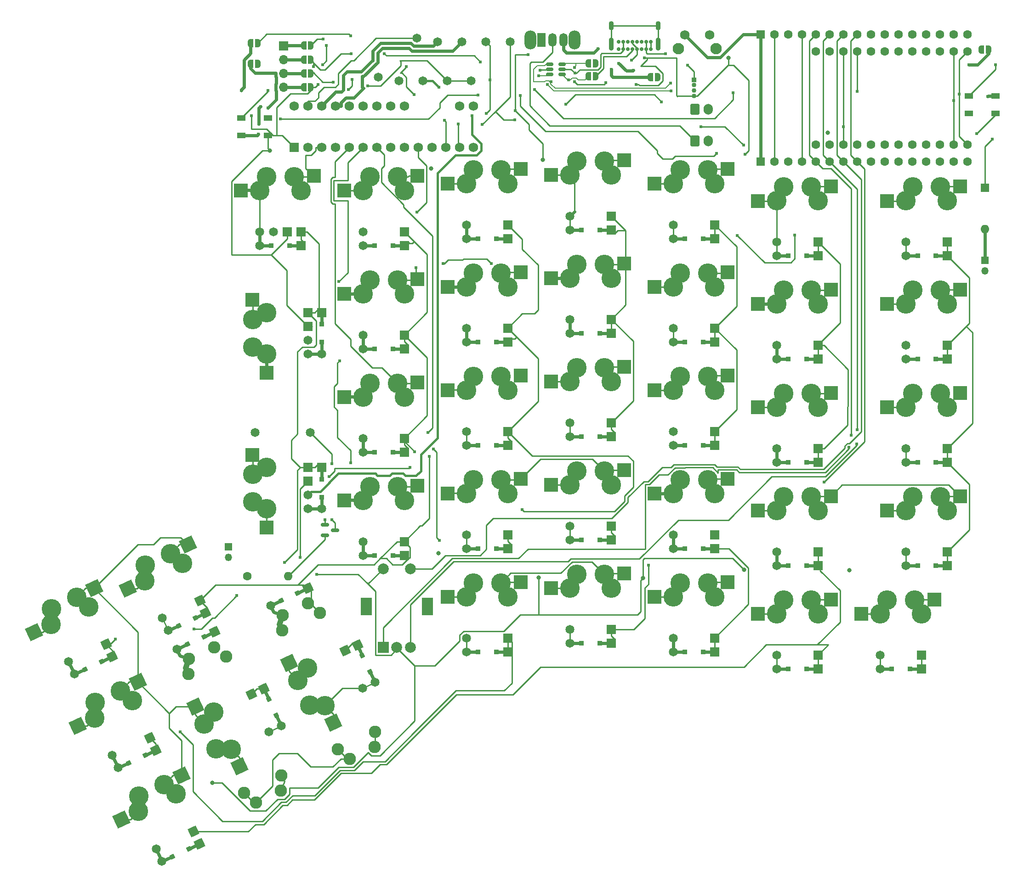
<source format=gtl>
%TF.GenerationSoftware,KiCad,Pcbnew,(6.0.7)*%
%TF.CreationDate,2022-12-29T21:07:00-06:00*%
%TF.ProjectId,ErgoDOX,4572676f-444f-4582-9e6b-696361645f70,rev?*%
%TF.SameCoordinates,Original*%
%TF.FileFunction,Copper,L1,Top*%
%TF.FilePolarity,Positive*%
%FSLAX46Y46*%
G04 Gerber Fmt 4.6, Leading zero omitted, Abs format (unit mm)*
G04 Created by KiCad (PCBNEW (6.0.7)) date 2022-12-29 21:07:00*
%MOMM*%
%LPD*%
G01*
G04 APERTURE LIST*
G04 Aperture macros list*
%AMRoundRect*
0 Rectangle with rounded corners*
0 $1 Rounding radius*
0 $2 $3 $4 $5 $6 $7 $8 $9 X,Y pos of 4 corners*
0 Add a 4 corners polygon primitive as box body*
4,1,4,$2,$3,$4,$5,$6,$7,$8,$9,$2,$3,0*
0 Add four circle primitives for the rounded corners*
1,1,$1+$1,$2,$3*
1,1,$1+$1,$4,$5*
1,1,$1+$1,$6,$7*
1,1,$1+$1,$8,$9*
0 Add four rect primitives between the rounded corners*
20,1,$1+$1,$2,$3,$4,$5,0*
20,1,$1+$1,$4,$5,$6,$7,0*
20,1,$1+$1,$6,$7,$8,$9,0*
20,1,$1+$1,$8,$9,$2,$3,0*%
%AMRotRect*
0 Rectangle, with rotation*
0 The origin of the aperture is its center*
0 $1 length*
0 $2 width*
0 $3 Rotation angle, in degrees counterclockwise*
0 Add horizontal line*
21,1,$1,$2,0,0,$3*%
%AMFreePoly0*
4,1,22,0.500000,-0.750000,0.000000,-0.750000,0.000000,-0.745033,-0.079941,-0.743568,-0.215256,-0.701293,-0.333266,-0.622738,-0.424486,-0.514219,-0.481581,-0.384460,-0.499164,-0.250000,-0.500000,-0.250000,-0.500000,0.250000,-0.499164,0.250000,-0.499963,0.256109,-0.478152,0.396186,-0.417904,0.524511,-0.324060,0.630769,-0.204165,0.706417,-0.067858,0.745374,0.000000,0.744959,0.000000,0.750000,
0.500000,0.750000,0.500000,-0.750000,0.500000,-0.750000,$1*%
%AMFreePoly1*
4,1,20,0.000000,0.744959,0.073905,0.744508,0.209726,0.703889,0.328688,0.626782,0.421226,0.519385,0.479903,0.390333,0.500000,0.250000,0.500000,-0.250000,0.499851,-0.262216,0.476331,-0.402017,0.414519,-0.529596,0.319384,-0.634700,0.198574,-0.708877,0.061801,-0.746166,0.000000,-0.745033,0.000000,-0.750000,-0.500000,-0.750000,-0.500000,0.750000,0.000000,0.750000,0.000000,0.744959,
0.000000,0.744959,$1*%
G04 Aperture macros list end*
%TA.AperFunction,EtchedComponent*%
%ADD10C,0.609600*%
%TD*%
%TA.AperFunction,ComponentPad*%
%ADD11C,3.600000*%
%TD*%
%TA.AperFunction,SMDPad,CuDef*%
%ADD12R,2.550000X2.500000*%
%TD*%
%TA.AperFunction,ComponentPad*%
%ADD13C,1.651000*%
%TD*%
%TA.AperFunction,ComponentPad*%
%ADD14R,1.651000X1.651000*%
%TD*%
%TA.AperFunction,SMDPad,CuDef*%
%ADD15R,0.838200X0.838200*%
%TD*%
%TA.AperFunction,SMDPad,CuDef*%
%ADD16R,2.500000X2.550000*%
%TD*%
%TA.AperFunction,SMDPad,CuDef*%
%ADD17RotRect,2.550000X2.500000X115.000000*%
%TD*%
%TA.AperFunction,ComponentPad*%
%ADD18RotRect,1.651000X1.651000X115.000000*%
%TD*%
%TA.AperFunction,SMDPad,CuDef*%
%ADD19RotRect,0.838200X0.838200X115.000000*%
%TD*%
%TA.AperFunction,SMDPad,CuDef*%
%ADD20RotRect,2.550000X2.500000X25.000000*%
%TD*%
%TA.AperFunction,ComponentPad*%
%ADD21RotRect,1.651000X1.651000X25.000000*%
%TD*%
%TA.AperFunction,SMDPad,CuDef*%
%ADD22RotRect,0.838200X0.838200X25.000000*%
%TD*%
%TA.AperFunction,ComponentPad*%
%ADD23C,2.286000*%
%TD*%
%TA.AperFunction,ComponentPad*%
%ADD24C,0.800000*%
%TD*%
%TA.AperFunction,ComponentPad*%
%ADD25C,2.100000*%
%TD*%
%TA.AperFunction,ComponentPad*%
%ADD26C,1.750000*%
%TD*%
%TA.AperFunction,SMDPad,CuDef*%
%ADD27R,1.500000X1.000000*%
%TD*%
%TA.AperFunction,ComponentPad*%
%ADD28R,1.600000X1.600000*%
%TD*%
%TA.AperFunction,ComponentPad*%
%ADD29O,1.600000X1.600000*%
%TD*%
%TA.AperFunction,ComponentPad*%
%ADD30R,1.700000X1.700000*%
%TD*%
%TA.AperFunction,ComponentPad*%
%ADD31O,1.700000X1.700000*%
%TD*%
%TA.AperFunction,ComponentPad*%
%ADD32C,1.600000*%
%TD*%
%TA.AperFunction,SMDPad,CuDef*%
%ADD33RoundRect,0.150000X-0.587500X-0.150000X0.587500X-0.150000X0.587500X0.150000X-0.587500X0.150000X0*%
%TD*%
%TA.AperFunction,SMDPad,CuDef*%
%ADD34FreePoly0,0.000000*%
%TD*%
%TA.AperFunction,SMDPad,CuDef*%
%ADD35FreePoly1,0.000000*%
%TD*%
%TA.AperFunction,ComponentPad*%
%ADD36R,2.000000X2.000000*%
%TD*%
%TA.AperFunction,ComponentPad*%
%ADD37C,2.000000*%
%TD*%
%TA.AperFunction,ComponentPad*%
%ADD38R,2.000000X3.200000*%
%TD*%
%TA.AperFunction,SMDPad,CuDef*%
%ADD39FreePoly0,180.000000*%
%TD*%
%TA.AperFunction,SMDPad,CuDef*%
%ADD40FreePoly1,180.000000*%
%TD*%
%TA.AperFunction,ComponentPad*%
%ADD41RoundRect,0.250000X-0.600000X-0.750000X0.600000X-0.750000X0.600000X0.750000X-0.600000X0.750000X0*%
%TD*%
%TA.AperFunction,ComponentPad*%
%ADD42O,1.700000X2.000000*%
%TD*%
%TA.AperFunction,ComponentPad*%
%ADD43C,0.700000*%
%TD*%
%TA.AperFunction,ComponentPad*%
%ADD44O,0.900000X1.700000*%
%TD*%
%TA.AperFunction,ComponentPad*%
%ADD45O,0.900000X2.400000*%
%TD*%
%TA.AperFunction,ComponentPad*%
%ADD46R,1.350000X1.350000*%
%TD*%
%TA.AperFunction,ComponentPad*%
%ADD47O,1.350000X1.350000*%
%TD*%
%TA.AperFunction,ComponentPad*%
%ADD48R,0.850000X0.850000*%
%TD*%
%TA.AperFunction,ComponentPad*%
%ADD49O,0.850000X0.850000*%
%TD*%
%TA.AperFunction,SMDPad,CuDef*%
%ADD50RoundRect,0.150000X-0.512500X-0.150000X0.512500X-0.150000X0.512500X0.150000X-0.512500X0.150000X0*%
%TD*%
%TA.AperFunction,ComponentPad*%
%ADD51R,1.752600X1.752600*%
%TD*%
%TA.AperFunction,ComponentPad*%
%ADD52C,1.752600*%
%TD*%
%TA.AperFunction,ComponentPad*%
%ADD53O,2.200000X3.500000*%
%TD*%
%TA.AperFunction,ComponentPad*%
%ADD54R,1.500000X2.500000*%
%TD*%
%TA.AperFunction,ComponentPad*%
%ADD55O,1.500000X2.500000*%
%TD*%
%TA.AperFunction,ViaPad*%
%ADD56C,0.609600*%
%TD*%
%TA.AperFunction,Conductor*%
%ADD57C,0.254000*%
%TD*%
%TA.AperFunction,Conductor*%
%ADD58C,0.600000*%
%TD*%
%TA.AperFunction,Conductor*%
%ADD59C,1.016000*%
%TD*%
%TA.AperFunction,Conductor*%
%ADD60C,0.609600*%
%TD*%
%TA.AperFunction,Conductor*%
%ADD61C,0.406400*%
%TD*%
%TA.AperFunction,Conductor*%
%ADD62C,0.200000*%
%TD*%
G04 APERTURE END LIST*
D10*
%TO.C,SW5:13*%
X193116200Y-74625200D02*
X195262500Y-74625200D01*
X187642500Y-74625200D02*
X189788800Y-74625200D01*
%TO.C,SW4:13*%
X193116200Y-93672660D02*
X195262500Y-93672660D01*
X187642500Y-93672660D02*
X189788800Y-93672660D01*
%TO.C,SW3:13*%
X193116200Y-112722660D02*
X195262500Y-112722660D01*
X187642500Y-112722660D02*
X189788800Y-112722660D01*
%TO.C,SW2:13*%
X193116200Y-131772660D02*
X195262500Y-131772660D01*
X187642500Y-131772660D02*
X189788800Y-131772660D01*
%TO.C,SW1:13*%
X188353700Y-150822660D02*
X190500000Y-150822660D01*
X182880000Y-150822660D02*
X185026300Y-150822660D01*
%TO.C,SW1:10*%
X131203700Y-146050000D02*
X133350000Y-146050000D01*
X125730000Y-146050000D02*
X127876300Y-146050000D01*
%TO.C,SW1:9*%
X106680000Y-147647660D02*
X108826300Y-147647660D01*
X112153700Y-147647660D02*
X114300000Y-147647660D01*
%TO.C,SW2:10*%
X125730000Y-127000000D02*
X127876300Y-127000000D01*
X131203700Y-127000000D02*
X133350000Y-127000000D01*
%TO.C,SW2:9*%
X112153700Y-128597660D02*
X114300000Y-128597660D01*
X106680000Y-128597660D02*
X108826300Y-128597660D01*
%TO.C,SW2:7*%
X80010000Y-115821460D02*
X80010000Y-113675160D01*
X80010000Y-121295160D02*
X80010000Y-119148860D01*
%TO.C,SW3:11*%
X144780000Y-109547660D02*
X146926300Y-109547660D01*
X150253700Y-109547660D02*
X152400000Y-109547660D01*
%TO.C,SW3:10*%
X131203700Y-107950000D02*
X133350000Y-107950000D01*
X125730000Y-107950000D02*
X127876300Y-107950000D01*
%TO.C,SW3:9*%
X106680000Y-109547660D02*
X108826300Y-109547660D01*
X112153700Y-109547660D02*
X114300000Y-109547660D01*
%TO.C,SW3:8*%
X93103700Y-110817660D02*
X95250000Y-110817660D01*
X87630000Y-110817660D02*
X89776300Y-110817660D01*
%TO.C,SW4:12*%
X163830000Y-93672660D02*
X165976300Y-93672660D01*
X169303700Y-93672660D02*
X171450000Y-93672660D01*
%TO.C,SW4:11*%
X144780000Y-90497660D02*
X146926300Y-90497660D01*
X150253700Y-90497660D02*
X152400000Y-90497660D01*
%TO.C,SW4:10*%
X131203700Y-88900000D02*
X133350000Y-88900000D01*
X125730000Y-88900000D02*
X127876300Y-88900000D01*
%TO.C,SW4:9*%
X106680000Y-90497660D02*
X108826300Y-90497660D01*
X112153700Y-90497660D02*
X114300000Y-90497660D01*
%TO.C,SW4:8*%
X93103700Y-91767660D02*
X95250000Y-91767660D01*
X87630000Y-91767660D02*
X89776300Y-91767660D01*
%TO.C,SW4:7*%
X80010000Y-92720160D02*
X80010000Y-90573860D01*
X80010000Y-87246460D02*
X80010000Y-85100160D01*
%TO.C,SW0:10*%
X89819101Y-153298162D02*
X88912035Y-151352953D01*
X87505815Y-148337305D02*
X86598750Y-146392096D01*
%TO.C,SW0:12*%
X55528175Y-184002955D02*
X57473384Y-183095890D01*
X50567318Y-186316241D02*
X52512527Y-185409175D01*
%TO.C,SW0:11*%
X72554721Y-161349962D02*
X71647655Y-159404753D01*
X70241435Y-156389105D02*
X69334370Y-154443896D01*
%TO.C,SW0:9*%
X42515518Y-169049321D02*
X44460727Y-168142255D01*
X47476375Y-166736035D02*
X49421584Y-165828970D01*
%TO.C,SW0:7*%
X34466258Y-151784941D02*
X36411467Y-150877875D01*
X39427115Y-149471655D02*
X41372324Y-148564590D01*
%TO.C,SW1:11*%
X144780000Y-147647660D02*
X146926300Y-147647660D01*
X150253700Y-147647660D02*
X152400000Y-147647660D01*
%TO.C,SW0:8*%
X51730638Y-143735681D02*
X53675847Y-142828615D01*
X56691495Y-141422395D02*
X58636704Y-140515330D01*
%TO.C,SW5:9*%
X112153700Y-71447660D02*
X114300000Y-71447660D01*
X106680000Y-71447660D02*
X108826300Y-71447660D01*
%TO.C,SW5:10*%
X125730000Y-69850000D02*
X127876300Y-69850000D01*
X131203700Y-69850000D02*
X133350000Y-69850000D01*
%TO.C,SW5:11*%
X150253700Y-71447660D02*
X152400000Y-71447660D01*
X144780000Y-71447660D02*
X146926300Y-71447660D01*
%TO.C,SW5:12*%
X169303700Y-74625200D02*
X171450000Y-74625200D01*
X163830000Y-74625200D02*
X165976300Y-74625200D01*
%TO.C,SW5:8*%
X93103700Y-72720200D02*
X95250000Y-72720200D01*
X87630000Y-72720200D02*
X89776300Y-72720200D01*
%TO.C,SW5:7*%
X74053700Y-72720200D02*
X76200000Y-72720200D01*
X68580000Y-72720200D02*
X70726300Y-72720200D01*
%TO.C,SW2:11*%
X144780000Y-128597660D02*
X146926300Y-128597660D01*
X150253700Y-128597660D02*
X152400000Y-128597660D01*
%TO.C,SW2:8*%
X87630000Y-129867660D02*
X89776300Y-129867660D01*
X93103700Y-129867660D02*
X95250000Y-129867660D01*
%TO.C,SW3:12*%
X163830000Y-112722660D02*
X165976300Y-112722660D01*
X169303700Y-112722660D02*
X171450000Y-112722660D01*
%TO.C,SW2:12*%
X163830000Y-131772660D02*
X165976300Y-131772660D01*
X169303700Y-131772660D02*
X171450000Y-131772660D01*
%TO.C,SW1:12*%
X163830000Y-150822660D02*
X165976300Y-150822660D01*
X169303700Y-150822660D02*
X171450000Y-150822660D01*
%TO.C,D1:8*%
X75566604Y-136822650D02*
X77511813Y-135915584D01*
X70605747Y-139135936D02*
X72550956Y-138228870D01*
%TO.C,D1:7*%
X58302224Y-144874450D02*
X60247433Y-143967384D01*
X53341367Y-147187736D02*
X55286576Y-146280670D01*
%TD*%
D11*
%TO.P,SW5:13,1,1*%
%TO.N,/ROW5*%
X195262500Y-64465200D03*
D12*
X197602500Y-61805200D03*
D11*
X193992500Y-61925200D03*
D12*
%TO.P,SW5:13,2,2*%
%TO.N,Net-(SW5:13-Pad2)*%
X184152500Y-64505200D03*
D11*
X188902500Y-61955200D03*
X187642500Y-64465200D03*
D13*
%TO.P,SW5:13,3,A*%
X187642500Y-72085200D03*
X187642500Y-74625200D03*
D14*
%TO.P,SW5:13,4,K*%
%TO.N,/COL0*%
X195262500Y-74625200D03*
X195262500Y-72085200D03*
D15*
%TO.P,SW5:13,99*%
%TO.N,N/C*%
X189788800Y-74625200D03*
X193116200Y-74625200D03*
%TD*%
D11*
%TO.P,SW4:13,1,1*%
%TO.N,/ROW4*%
X195262500Y-83512660D03*
D12*
X197602500Y-80852660D03*
D11*
X193992500Y-80972660D03*
D12*
%TO.P,SW4:13,2,2*%
%TO.N,Net-(SW4:13-Pad2)*%
X184152500Y-83552660D03*
D11*
X188902500Y-81002660D03*
X187642500Y-83512660D03*
D13*
%TO.P,SW4:13,3,A*%
X187642500Y-91132660D03*
X187642500Y-93672660D03*
D14*
%TO.P,SW4:13,4,K*%
%TO.N,/COL0*%
X195262500Y-93672660D03*
X195262500Y-91132660D03*
D15*
%TO.P,SW4:13,99*%
%TO.N,N/C*%
X189788800Y-93672660D03*
X193116200Y-93672660D03*
%TD*%
D11*
%TO.P,SW3:13,1,1*%
%TO.N,/ROW3*%
X195262500Y-102562660D03*
D12*
X197602500Y-99902660D03*
D11*
X193992500Y-100022660D03*
D12*
%TO.P,SW3:13,2,2*%
%TO.N,Net-(SW3:13-Pad2)*%
X184152500Y-102602660D03*
D11*
X188902500Y-100052660D03*
X187642500Y-102562660D03*
D13*
%TO.P,SW3:13,3,A*%
X187642500Y-110182660D03*
X187642500Y-112722660D03*
D14*
%TO.P,SW3:13,4,K*%
%TO.N,/COL0*%
X195262500Y-112722660D03*
X195262500Y-110182660D03*
D15*
%TO.P,SW3:13,99*%
%TO.N,N/C*%
X189788800Y-112722660D03*
X193116200Y-112722660D03*
%TD*%
D11*
%TO.P,SW2:13,1,1*%
%TO.N,/ROW2*%
X195262500Y-121612660D03*
D12*
X197602500Y-118952660D03*
D11*
X193992500Y-119072660D03*
D12*
%TO.P,SW2:13,2,2*%
%TO.N,Net-(SW2:13-Pad2)*%
X184152500Y-121652660D03*
D11*
X188902500Y-119102660D03*
X187642500Y-121612660D03*
D13*
%TO.P,SW2:13,3,A*%
X187642500Y-129232660D03*
X187642500Y-131772660D03*
D14*
%TO.P,SW2:13,4,K*%
%TO.N,/COL0*%
X195262500Y-131772660D03*
X195262500Y-129232660D03*
D15*
%TO.P,SW2:13,99*%
%TO.N,N/C*%
X189788800Y-131772660D03*
X193116200Y-131772660D03*
%TD*%
D11*
%TO.P,SW1:13,1,1*%
%TO.N,/ROW1*%
X189230000Y-138122660D03*
X190500000Y-140662660D03*
D12*
X192840000Y-138002660D03*
D11*
%TO.P,SW1:13,2,2*%
%TO.N,Net-(SW1:13-Pad2)*%
X182880000Y-140662660D03*
X184140000Y-138152660D03*
D12*
X179390000Y-140702660D03*
D13*
%TO.P,SW1:13,3,A*%
X182880000Y-148282660D03*
X182880000Y-150822660D03*
D14*
%TO.P,SW1:13,4,K*%
%TO.N,/COL0*%
X190500000Y-148282660D03*
X190500000Y-150822660D03*
D15*
%TO.P,SW1:13,99*%
%TO.N,N/C*%
X185026300Y-150822660D03*
X188353700Y-150822660D03*
%TD*%
D12*
%TO.P,SW1:10,1,1*%
%TO.N,/ROW1*%
X135690000Y-133230000D03*
D11*
X132080000Y-133350000D03*
X133350000Y-135890000D03*
%TO.P,SW1:10,2,2*%
%TO.N,Net-(SW1:10-Pad2)*%
X126990000Y-133380000D03*
D12*
X122240000Y-135930000D03*
D11*
X125730000Y-135890000D03*
D13*
%TO.P,SW1:10,3,A*%
X125730000Y-143510000D03*
X125730000Y-146050000D03*
D14*
%TO.P,SW1:10,4,K*%
%TO.N,/COL3*%
X133350000Y-146050000D03*
X133350000Y-143510000D03*
D15*
%TO.P,SW1:10,99*%
%TO.N,N/C*%
X127876300Y-146050000D03*
X131203700Y-146050000D03*
%TD*%
D11*
%TO.P,SW1:9,1,1*%
%TO.N,/ROW1*%
X113030000Y-134947660D03*
D12*
X116640000Y-134827660D03*
D11*
X114300000Y-137487660D03*
%TO.P,SW1:9,2,2*%
%TO.N,Net-(SW1:9-Pad2)*%
X106680000Y-137487660D03*
D12*
X103190000Y-137527660D03*
D11*
X107940000Y-134977660D03*
D13*
%TO.P,SW1:9,3,A*%
X106680000Y-145107660D03*
X106680000Y-147647660D03*
D14*
%TO.P,SW1:9,4,K*%
%TO.N,/COL4*%
X114300000Y-145107660D03*
X114300000Y-147647660D03*
D15*
%TO.P,SW1:9,99*%
%TO.N,N/C*%
X112153700Y-147647660D03*
X108826300Y-147647660D03*
%TD*%
D11*
%TO.P,SW2:10,1,1*%
%TO.N,/ROW2*%
X132080000Y-114300000D03*
D12*
X135690000Y-114180000D03*
D11*
X133350000Y-116840000D03*
%TO.P,SW2:10,2,2*%
%TO.N,Net-(SW2:10-Pad2)*%
X125730000Y-116840000D03*
X126990000Y-114330000D03*
D12*
X122240000Y-116880000D03*
D13*
%TO.P,SW2:10,3,A*%
X125730000Y-124460000D03*
X125730000Y-127000000D03*
D14*
%TO.P,SW2:10,4,K*%
%TO.N,/COL3*%
X133350000Y-124460000D03*
X133350000Y-127000000D03*
D15*
%TO.P,SW2:10,99*%
%TO.N,N/C*%
X127876300Y-127000000D03*
X131203700Y-127000000D03*
%TD*%
D12*
%TO.P,SW2:9,1,1*%
%TO.N,/ROW2*%
X116640000Y-115777660D03*
D11*
X114300000Y-118437660D03*
X113030000Y-115897660D03*
%TO.P,SW2:9,2,2*%
%TO.N,Net-(SW2:9-Pad2)*%
X106680000Y-118437660D03*
X107940000Y-115927660D03*
D12*
X103190000Y-118477660D03*
D13*
%TO.P,SW2:9,3,A*%
X106680000Y-126057660D03*
X106680000Y-128597660D03*
D14*
%TO.P,SW2:9,4,K*%
%TO.N,/COL4*%
X114300000Y-128597660D03*
X114300000Y-126057660D03*
D15*
%TO.P,SW2:9,99*%
%TO.N,N/C*%
X112153700Y-128597660D03*
X108826300Y-128597660D03*
%TD*%
D16*
%TO.P,SW2:7,1,1*%
%TO.N,/ROW2*%
X67190000Y-111335160D03*
D11*
X67310000Y-114945160D03*
X69850000Y-113675160D03*
D16*
%TO.P,SW2:7,2,2*%
%TO.N,Net-(SW2:7-Pad2)*%
X69890000Y-124785160D03*
D11*
X69850000Y-121295160D03*
X67340000Y-120035160D03*
D13*
%TO.P,SW2:7,3,A*%
X77470000Y-121295160D03*
X80010000Y-121295160D03*
D14*
%TO.P,SW2:7,4,K*%
%TO.N,/COL6*%
X77470000Y-113675160D03*
X80010000Y-113675160D03*
D15*
%TO.P,SW2:7,99*%
%TO.N,N/C*%
X80010000Y-119148860D03*
X80010000Y-115821460D03*
%TD*%
D11*
%TO.P,SW3:11,1,1*%
%TO.N,/ROW3*%
X152400000Y-99387660D03*
X151130000Y-96847660D03*
D12*
X154740000Y-96727660D03*
%TO.P,SW3:11,2,2*%
%TO.N,Net-(SW3:11-Pad2)*%
X141290000Y-99427660D03*
D11*
X144780000Y-99387660D03*
X146040000Y-96877660D03*
D13*
%TO.P,SW3:11,3,A*%
X144780000Y-109547660D03*
X144780000Y-107007660D03*
D14*
%TO.P,SW3:11,4,K*%
%TO.N,/COL2*%
X152400000Y-107007660D03*
X152400000Y-109547660D03*
D15*
%TO.P,SW3:11,99*%
%TO.N,N/C*%
X150253700Y-109547660D03*
X146926300Y-109547660D03*
%TD*%
D11*
%TO.P,SW3:10,1,1*%
%TO.N,/ROW3*%
X133350000Y-97790000D03*
D12*
X135690000Y-95130000D03*
D11*
X132080000Y-95250000D03*
%TO.P,SW3:10,2,2*%
%TO.N,Net-(SW3:10-Pad2)*%
X126990000Y-95280000D03*
D12*
X122240000Y-97830000D03*
D11*
X125730000Y-97790000D03*
D13*
%TO.P,SW3:10,3,A*%
X125730000Y-107950000D03*
X125730000Y-105410000D03*
D14*
%TO.P,SW3:10,4,K*%
%TO.N,/COL3*%
X133350000Y-107950000D03*
X133350000Y-105410000D03*
D15*
%TO.P,SW3:10,99*%
%TO.N,N/C*%
X131203700Y-107950000D03*
X127876300Y-107950000D03*
%TD*%
D11*
%TO.P,SW3:9,1,1*%
%TO.N,/ROW3*%
X114300000Y-99387660D03*
D12*
X116640000Y-96727660D03*
D11*
X113030000Y-96847660D03*
%TO.P,SW3:9,2,2*%
%TO.N,Net-(SW3:9-Pad2)*%
X106680000Y-99387660D03*
X107940000Y-96877660D03*
D12*
X103190000Y-99427660D03*
D13*
%TO.P,SW3:9,3,A*%
X106680000Y-109547660D03*
X106680000Y-107007660D03*
D14*
%TO.P,SW3:9,4,K*%
%TO.N,/COL4*%
X114300000Y-107007660D03*
X114300000Y-109547660D03*
D15*
%TO.P,SW3:9,99*%
%TO.N,N/C*%
X112153700Y-109547660D03*
X108826300Y-109547660D03*
%TD*%
D12*
%TO.P,SW3:8,1,1*%
%TO.N,/ROW3*%
X97590000Y-97997660D03*
D11*
X95250000Y-100657660D03*
X93980000Y-98117660D03*
%TO.P,SW3:8,2,2*%
%TO.N,Net-(SW3:8-Pad2)*%
X88890000Y-98147660D03*
X87630000Y-100657660D03*
D12*
X84140000Y-100697660D03*
D13*
%TO.P,SW3:8,3,A*%
X87630000Y-108277660D03*
X87630000Y-110817660D03*
D14*
%TO.P,SW3:8,4,K*%
%TO.N,/COL5*%
X95250000Y-108277660D03*
X95250000Y-110817660D03*
D15*
%TO.P,SW3:8,99*%
%TO.N,N/C*%
X93103700Y-110817660D03*
X89776300Y-110817660D03*
%TD*%
D11*
%TO.P,SW4:12,1,1*%
%TO.N,/ROW4*%
X170180000Y-80972660D03*
X171450000Y-83512660D03*
D12*
X173790000Y-80852660D03*
D11*
%TO.P,SW4:12,2,2*%
%TO.N,Net-(SW4:12-Pad2)*%
X165090000Y-81002660D03*
X163830000Y-83512660D03*
D12*
X160340000Y-83552660D03*
D13*
%TO.P,SW4:12,3,A*%
X163830000Y-93672660D03*
X163830000Y-91132660D03*
D14*
%TO.P,SW4:12,4,K*%
%TO.N,/COL1*%
X171450000Y-93672660D03*
X171450000Y-91132660D03*
D15*
%TO.P,SW4:12,99*%
%TO.N,N/C*%
X165976300Y-93672660D03*
X169303700Y-93672660D03*
%TD*%
D11*
%TO.P,SW4:11,1,1*%
%TO.N,/ROW4*%
X152400000Y-80337660D03*
D12*
X154740000Y-77677660D03*
D11*
X151130000Y-77797660D03*
D12*
%TO.P,SW4:11,2,2*%
%TO.N,Net-(SW4:11-Pad2)*%
X141290000Y-80377660D03*
D11*
X144780000Y-80337660D03*
X146040000Y-77827660D03*
D13*
%TO.P,SW4:11,3,A*%
X144780000Y-90497660D03*
X144780000Y-87957660D03*
D14*
%TO.P,SW4:11,4,K*%
%TO.N,/COL2*%
X152400000Y-87957660D03*
X152400000Y-90497660D03*
D15*
%TO.P,SW4:11,99*%
%TO.N,N/C*%
X146926300Y-90497660D03*
X150253700Y-90497660D03*
%TD*%
D11*
%TO.P,SW4:10,1,1*%
%TO.N,/ROW4*%
X133350000Y-78740000D03*
X132080000Y-76200000D03*
D12*
X135690000Y-76080000D03*
D11*
%TO.P,SW4:10,2,2*%
%TO.N,Net-(SW4:10-Pad2)*%
X126990000Y-76230000D03*
D12*
X122240000Y-78780000D03*
D11*
X125730000Y-78740000D03*
D13*
%TO.P,SW4:10,3,A*%
X125730000Y-88900000D03*
X125730000Y-86360000D03*
D14*
%TO.P,SW4:10,4,K*%
%TO.N,/COL3*%
X133350000Y-86360000D03*
X133350000Y-88900000D03*
D15*
%TO.P,SW4:10,99*%
%TO.N,N/C*%
X127876300Y-88900000D03*
X131203700Y-88900000D03*
%TD*%
D11*
%TO.P,SW4:9,1,1*%
%TO.N,/ROW4*%
X114300000Y-80337660D03*
D12*
X116640000Y-77677660D03*
D11*
X113030000Y-77797660D03*
%TO.P,SW4:9,2,2*%
%TO.N,Net-(SW4:9-Pad2)*%
X107940000Y-77827660D03*
D12*
X103190000Y-80377660D03*
D11*
X106680000Y-80337660D03*
D13*
%TO.P,SW4:9,3,A*%
X106680000Y-87957660D03*
X106680000Y-90497660D03*
D14*
%TO.P,SW4:9,4,K*%
%TO.N,/COL4*%
X114300000Y-87957660D03*
X114300000Y-90497660D03*
D15*
%TO.P,SW4:9,99*%
%TO.N,N/C*%
X108826300Y-90497660D03*
X112153700Y-90497660D03*
%TD*%
D12*
%TO.P,SW4:8,1,1*%
%TO.N,/ROW4*%
X97590000Y-78947660D03*
D11*
X95250000Y-81607660D03*
X93980000Y-79067660D03*
D12*
%TO.P,SW4:8,2,2*%
%TO.N,Net-(SW4:8-Pad2)*%
X84140000Y-81647660D03*
D11*
X88890000Y-79097660D03*
X87630000Y-81607660D03*
D13*
%TO.P,SW4:8,3,A*%
X87630000Y-91767660D03*
X87630000Y-89227660D03*
D14*
%TO.P,SW4:8,4,K*%
%TO.N,/COL5*%
X95250000Y-89227660D03*
X95250000Y-91767660D03*
D15*
%TO.P,SW4:8,99*%
%TO.N,N/C*%
X89776300Y-91767660D03*
X93103700Y-91767660D03*
%TD*%
D11*
%TO.P,SW4:7,1,1*%
%TO.N,/ROW4*%
X67310000Y-86370160D03*
X69850000Y-85100160D03*
D16*
X67190000Y-82760160D03*
%TO.P,SW4:7,2,2*%
%TO.N,Net-(SW4:7-Pad2)*%
X69890000Y-96210160D03*
D11*
X67340000Y-91460160D03*
X69850000Y-92720160D03*
D13*
%TO.P,SW4:7,3,A*%
X80010000Y-92720160D03*
X77470000Y-92720160D03*
D14*
%TO.P,SW4:7,4,K*%
%TO.N,/COL6*%
X80010000Y-85100160D03*
X77470000Y-85100160D03*
D15*
%TO.P,SW4:7,99*%
%TO.N,N/C*%
X80010000Y-90573860D03*
X80010000Y-87246460D03*
%TD*%
D17*
%TO.P,SW0:10,1,1*%
%TO.N,/ROW0*%
X73990957Y-149689302D03*
D11*
X75625366Y-152910359D03*
X77390663Y-150685898D03*
%TO.P,SW0:10,2,2*%
%TO.N,Net-(SW0:10-Pad2)*%
X80611014Y-157591963D03*
X77803682Y-157510787D03*
D17*
X82122204Y-160738072D03*
D13*
%TO.P,SW0:10,3,A*%
X87517079Y-154371612D03*
X89819101Y-153298162D03*
D18*
%TO.P,SW0:10,4,K*%
%TO.N,/COL3*%
X86598750Y-146392096D03*
X84296728Y-147465547D03*
D19*
%TO.P,SW0:10,99*%
%TO.N,N/C*%
X88912035Y-151352953D03*
X87505815Y-148337305D03*
%TD*%
D11*
%TO.P,SW0:12,1,1*%
%TO.N,/ROW0*%
X50955121Y-172122506D03*
X53179582Y-173887803D03*
D20*
X54176178Y-170488097D03*
%TO.P,SW0:12,2,2*%
%TO.N,Net-(SW0:12-Pad2)*%
X43127408Y-178619344D03*
D11*
X46273517Y-177108154D03*
X46354693Y-174300822D03*
D13*
%TO.P,SW0:12,3,A*%
X49493868Y-184014219D03*
X50567318Y-186316241D03*
D21*
%TO.P,SW0:12,4,K*%
%TO.N,/COL1*%
X56399933Y-180793868D03*
X57473384Y-183095890D03*
D22*
%TO.P,SW0:12,99*%
%TO.N,N/C*%
X52512527Y-185409175D03*
X55528175Y-184002955D03*
%TD*%
D11*
%TO.P,SW0:11,1,1*%
%TO.N,/ROW0*%
X58360986Y-160962159D03*
X60126283Y-158737698D03*
D17*
X56726577Y-157741102D03*
D11*
%TO.P,SW0:11,2,2*%
%TO.N,Net-(SW0:11-Pad2)*%
X60539302Y-165562587D03*
D17*
X64857824Y-168789872D03*
D11*
X63346634Y-165643763D03*
D13*
%TO.P,SW0:11,3,A*%
X72554721Y-161349962D03*
X70252699Y-162423412D03*
D18*
%TO.P,SW0:11,4,K*%
%TO.N,/COL2*%
X69334370Y-154443896D03*
X67032348Y-155517347D03*
D19*
%TO.P,SW0:11,99*%
%TO.N,N/C*%
X71647655Y-159404753D03*
X70241435Y-156389105D03*
%TD*%
D11*
%TO.P,SW0:9,1,1*%
%TO.N,/ROW0*%
X45127782Y-156620883D03*
X42903321Y-154855586D03*
D20*
X46124378Y-153221177D03*
%TO.P,SW0:9,2,2*%
%TO.N,Net-(SW0:9-Pad2)*%
X35075608Y-161352424D03*
D11*
X38302893Y-157033902D03*
X38221717Y-159841234D03*
D13*
%TO.P,SW0:9,3,A*%
X41442068Y-166747299D03*
X42515518Y-169049321D03*
D21*
%TO.P,SW0:9,4,K*%
%TO.N,/COL4*%
X48348133Y-163526948D03*
X49421584Y-165828970D03*
D22*
%TO.P,SW0:9,99*%
%TO.N,N/C*%
X44460727Y-168142255D03*
X47476375Y-166736035D03*
%TD*%
D11*
%TO.P,SW0:7,1,1*%
%TO.N,/ROW0*%
X37078522Y-139356503D03*
D20*
X38075118Y-135956797D03*
D11*
X34854061Y-137591206D03*
%TO.P,SW0:7,2,2*%
%TO.N,Net-(SW0:7-Pad2)*%
X30253633Y-139769522D03*
D20*
X27026348Y-144088044D03*
D11*
X30172457Y-142576854D03*
D13*
%TO.P,SW0:7,3,A*%
X33392808Y-149482919D03*
X34466258Y-151784941D03*
D21*
%TO.P,SW0:7,4,K*%
%TO.N,/COL6*%
X41372324Y-148564590D03*
X40298873Y-146262568D03*
D22*
%TO.P,SW0:7,99*%
%TO.N,N/C*%
X36411467Y-150877875D03*
X39427115Y-149471655D03*
%TD*%
D11*
%TO.P,SW1:11,1,1*%
%TO.N,/ROW1*%
X151130000Y-134947660D03*
X152400000Y-137487660D03*
D12*
X154740000Y-134827660D03*
%TO.P,SW1:11,2,2*%
%TO.N,Net-(SW1:11-Pad2)*%
X141290000Y-137527660D03*
D11*
X144780000Y-137487660D03*
X146040000Y-134977660D03*
D13*
%TO.P,SW1:11,3,A*%
X144780000Y-145107660D03*
X144780000Y-147647660D03*
D14*
%TO.P,SW1:11,4,K*%
%TO.N,/COL2*%
X152400000Y-145107660D03*
X152400000Y-147647660D03*
D15*
%TO.P,SW1:11,99*%
%TO.N,N/C*%
X146926300Y-147647660D03*
X150253700Y-147647660D03*
%TD*%
D11*
%TO.P,SW0:8,1,1*%
%TO.N,/ROW0*%
X52118441Y-129541946D03*
D20*
X55339498Y-127907537D03*
D11*
X54342902Y-131307243D03*
D20*
%TO.P,SW0:8,2,2*%
%TO.N,Net-(SW0:8-Pad2)*%
X44290728Y-136038784D03*
D11*
X47436837Y-134527594D03*
X47518013Y-131720262D03*
D13*
%TO.P,SW0:8,3,A*%
X51730638Y-143735681D03*
X50657188Y-141433659D03*
D21*
%TO.P,SW0:8,4,K*%
%TO.N,/COL5*%
X57563253Y-138213308D03*
X58636704Y-140515330D03*
D22*
%TO.P,SW0:8,99*%
%TO.N,N/C*%
X53675847Y-142828615D03*
X56691495Y-141422395D03*
%TD*%
D13*
%TO.P,LED_C1,1,A*%
%TO.N,Net-(LED_C1-Pad1)*%
X77470000Y-118755160D03*
D14*
%TO.P,LED_C1,2,K*%
%TO.N,GND*%
X77470000Y-116215160D03*
%TD*%
D13*
%TO.P,LED_B1,1,A*%
%TO.N,Net-(LED_B1-Pad1)*%
X77470000Y-90180160D03*
D14*
%TO.P,LED_B1,2,K*%
%TO.N,GND*%
X77470000Y-87640160D03*
%TD*%
D13*
%TO.P,LED_A1,1,A*%
%TO.N,Net-(LED_A1-Pad1)*%
X71120000Y-70180200D03*
D14*
%TO.P,LED_A1,2,K*%
%TO.N,GND*%
X73660000Y-70180200D03*
%TD*%
D13*
%TO.P,RC1,1*%
%TO.N,/LED_C*%
X105827102Y-35142898D03*
%TO.P,RC1,2*%
%TO.N,Net-(LED_C1-Pad1)*%
X98642898Y-42327102D03*
%TD*%
%TO.P,RA1,1*%
%TO.N,/LED_A*%
X97572102Y-34507898D03*
%TO.P,RA1,2*%
%TO.N,Net-(LED_A1-Pad1)*%
X90387898Y-41692102D03*
%TD*%
%TO.P,RB1,1*%
%TO.N,/LED_B*%
X101382102Y-35142898D03*
%TO.P,RB1,2*%
%TO.N,Net-(LED_B1-Pad1)*%
X94197898Y-42327102D03*
%TD*%
%TO.P,R1,1*%
%TO.N,+3V3*%
X107532898Y-42327102D03*
%TO.P,R1,2*%
%TO.N,/SDA*%
X114717102Y-35142898D03*
%TD*%
%TO.P,R2,1*%
%TO.N,+3V3*%
X103087898Y-42327102D03*
%TO.P,R2,2*%
%TO.N,/SCL*%
X110272102Y-35142898D03*
%TD*%
D12*
%TO.P,SW5:9,1,1*%
%TO.N,/ROW5*%
X116640000Y-58627660D03*
D11*
X114300000Y-61287660D03*
X113030000Y-58747660D03*
D12*
%TO.P,SW5:9,2,2*%
%TO.N,Net-(SW5:9-Pad2)*%
X103190000Y-61327660D03*
D11*
X106680000Y-61287660D03*
X107940000Y-58777660D03*
D13*
%TO.P,SW5:9,3,A*%
X106680000Y-71447660D03*
X106680000Y-68907660D03*
D14*
%TO.P,SW5:9,4,K*%
%TO.N,/COL4*%
X114300000Y-68907660D03*
X114300000Y-71447660D03*
D15*
%TO.P,SW5:9,99*%
%TO.N,N/C*%
X112153700Y-71447660D03*
X108826300Y-71447660D03*
%TD*%
D11*
%TO.P,SW5:10,1,1*%
%TO.N,/ROW5*%
X132080000Y-57150000D03*
X133350000Y-59690000D03*
D12*
X135690000Y-57030000D03*
D11*
%TO.P,SW5:10,2,2*%
%TO.N,Net-(SW5:10-Pad2)*%
X126990000Y-57180000D03*
D12*
X122240000Y-59730000D03*
D11*
X125730000Y-59690000D03*
D13*
%TO.P,SW5:10,3,A*%
X125730000Y-67310000D03*
X125730000Y-69850000D03*
D14*
%TO.P,SW5:10,4,K*%
%TO.N,/COL3*%
X133350000Y-69850000D03*
X133350000Y-67310000D03*
D15*
%TO.P,SW5:10,99*%
%TO.N,N/C*%
X131203700Y-69850000D03*
X127876300Y-69850000D03*
%TD*%
D11*
%TO.P,SW5:11,1,1*%
%TO.N,/ROW5*%
X151130000Y-58747660D03*
X152400000Y-61287660D03*
D12*
X154740000Y-58627660D03*
%TO.P,SW5:11,2,2*%
%TO.N,Net-(SW5:11-Pad2)*%
X141290000Y-61327660D03*
D11*
X144780000Y-61287660D03*
X146040000Y-58777660D03*
D13*
%TO.P,SW5:11,3,A*%
X144780000Y-68907660D03*
X144780000Y-71447660D03*
D14*
%TO.P,SW5:11,4,K*%
%TO.N,/COL2*%
X152400000Y-68907660D03*
X152400000Y-71447660D03*
D15*
%TO.P,SW5:11,99*%
%TO.N,N/C*%
X150253700Y-71447660D03*
X146926300Y-71447660D03*
%TD*%
D11*
%TO.P,SW5:12,1,1*%
%TO.N,/ROW5*%
X171450000Y-64465200D03*
X170180000Y-61925200D03*
D12*
X173790000Y-61805200D03*
D11*
%TO.P,SW5:12,2,2*%
%TO.N,Net-(SW5:12-Pad2)*%
X165090000Y-61955200D03*
X163830000Y-64465200D03*
D12*
X160340000Y-64505200D03*
D13*
%TO.P,SW5:12,3,A*%
X163830000Y-72085200D03*
X163830000Y-74625200D03*
D14*
%TO.P,SW5:12,4,K*%
%TO.N,/COL1*%
X171450000Y-72085200D03*
X171450000Y-74625200D03*
D15*
%TO.P,SW5:12,99*%
%TO.N,N/C*%
X169303700Y-74625200D03*
X165976300Y-74625200D03*
%TD*%
D12*
%TO.P,SW5:8,1,1*%
%TO.N,/ROW5*%
X97590000Y-59900200D03*
D11*
X93980000Y-60020200D03*
X95250000Y-62560200D03*
D12*
%TO.P,SW5:8,2,2*%
%TO.N,Net-(SW5:8-Pad2)*%
X84140000Y-62600200D03*
D11*
X88890000Y-60050200D03*
X87630000Y-62560200D03*
D13*
%TO.P,SW5:8,3,A*%
X87630000Y-70180200D03*
X87630000Y-72720200D03*
D14*
%TO.P,SW5:8,4,K*%
%TO.N,/COL5*%
X95250000Y-72720200D03*
X95250000Y-70180200D03*
D15*
%TO.P,SW5:8,99*%
%TO.N,N/C*%
X89776300Y-72720200D03*
X93103700Y-72720200D03*
%TD*%
D12*
%TO.P,SW5:7,1,1*%
%TO.N,/ROW5*%
X78540000Y-59900200D03*
D11*
X74930000Y-60020200D03*
X76200000Y-62560200D03*
D12*
%TO.P,SW5:7,2,2*%
%TO.N,Net-(SW5:7-Pad2)*%
X65090000Y-62600200D03*
D11*
X69840000Y-60050200D03*
X68580000Y-62560200D03*
D13*
%TO.P,SW5:7,3,A*%
X68580000Y-72720200D03*
X68580000Y-70180200D03*
D14*
%TO.P,SW5:7,4,K*%
%TO.N,/COL6*%
X76200000Y-70180200D03*
X76200000Y-72720200D03*
D15*
%TO.P,SW5:7,99*%
%TO.N,N/C*%
X70726300Y-72720200D03*
X74053700Y-72720200D03*
%TD*%
D11*
%TO.P,SW2:11,1,1*%
%TO.N,/ROW2*%
X152400000Y-118437660D03*
X151130000Y-115897660D03*
D12*
X154740000Y-115777660D03*
D11*
%TO.P,SW2:11,2,2*%
%TO.N,Net-(SW2:11-Pad2)*%
X144780000Y-118437660D03*
D12*
X141290000Y-118477660D03*
D11*
X146040000Y-115927660D03*
D13*
%TO.P,SW2:11,3,A*%
X144780000Y-126057660D03*
X144780000Y-128597660D03*
D14*
%TO.P,SW2:11,4,K*%
%TO.N,/COL2*%
X152400000Y-126057660D03*
X152400000Y-128597660D03*
D15*
%TO.P,SW2:11,99*%
%TO.N,N/C*%
X150253700Y-128597660D03*
X146926300Y-128597660D03*
%TD*%
D11*
%TO.P,SW2:8,1,1*%
%TO.N,/ROW2*%
X95250000Y-119707660D03*
X93980000Y-117167660D03*
D12*
X97590000Y-117047660D03*
D11*
%TO.P,SW2:8,2,2*%
%TO.N,Net-(SW2:8-Pad2)*%
X87630000Y-119707660D03*
D12*
X84140000Y-119747660D03*
D11*
X88890000Y-117197660D03*
D13*
%TO.P,SW2:8,3,A*%
X87630000Y-127327660D03*
X87630000Y-129867660D03*
D14*
%TO.P,SW2:8,4,K*%
%TO.N,/COL5*%
X95250000Y-129867660D03*
X95250000Y-127327660D03*
D15*
%TO.P,SW2:8,99*%
%TO.N,N/C*%
X93103700Y-129867660D03*
X89776300Y-129867660D03*
%TD*%
D11*
%TO.P,SW3:12,1,1*%
%TO.N,/ROW3*%
X170180000Y-100022660D03*
X171450000Y-102562660D03*
D12*
X173790000Y-99902660D03*
D11*
%TO.P,SW3:12,2,2*%
%TO.N,Net-(SW3:12-Pad2)*%
X165090000Y-100052660D03*
X163830000Y-102562660D03*
D12*
X160340000Y-102602660D03*
D13*
%TO.P,SW3:12,3,A*%
X163830000Y-112722660D03*
X163830000Y-110182660D03*
D14*
%TO.P,SW3:12,4,K*%
%TO.N,/COL1*%
X171450000Y-110182660D03*
X171450000Y-112722660D03*
D15*
%TO.P,SW3:12,99*%
%TO.N,N/C*%
X169303700Y-112722660D03*
X165976300Y-112722660D03*
%TD*%
D12*
%TO.P,SW2:12,1,1*%
%TO.N,/ROW2*%
X173790000Y-118952660D03*
D11*
X171450000Y-121612660D03*
X170180000Y-119072660D03*
D12*
%TO.P,SW2:12,2,2*%
%TO.N,Net-(SW2:12-Pad2)*%
X160340000Y-121652660D03*
D11*
X165090000Y-119102660D03*
X163830000Y-121612660D03*
D13*
%TO.P,SW2:12,3,A*%
X163830000Y-129232660D03*
X163830000Y-131772660D03*
D14*
%TO.P,SW2:12,4,K*%
%TO.N,/COL1*%
X171450000Y-129232660D03*
X171450000Y-131772660D03*
D15*
%TO.P,SW2:12,99*%
%TO.N,N/C*%
X169303700Y-131772660D03*
X165976300Y-131772660D03*
%TD*%
D11*
%TO.P,SW1:12,1,1*%
%TO.N,/ROW1*%
X170180000Y-138122660D03*
D12*
X173790000Y-138002660D03*
D11*
X171450000Y-140662660D03*
D12*
%TO.P,SW1:12,2,2*%
%TO.N,Net-(SW1:12-Pad2)*%
X160340000Y-140702660D03*
D11*
X165090000Y-138152660D03*
X163830000Y-140662660D03*
D13*
%TO.P,SW1:12,3,A*%
X163830000Y-150822660D03*
X163830000Y-148282660D03*
D14*
%TO.P,SW1:12,4,K*%
%TO.N,/COL1*%
X171450000Y-150822660D03*
X171450000Y-148282660D03*
D15*
%TO.P,SW1:12,99*%
%TO.N,N/C*%
X169303700Y-150822660D03*
X165976300Y-150822660D03*
%TD*%
D23*
%TO.P,SX1:8,1,1*%
%TO.N,/COL5*%
X77434621Y-138754526D03*
X79659082Y-140519823D03*
%TO.P,SX1:8,2,2*%
%TO.N,Net-(D1:8-Pad1)*%
X72753017Y-143740174D03*
X72830577Y-140901427D03*
%TD*%
%TO.P,SX1:7,1,1*%
%TO.N,/COL5*%
X60170241Y-146806326D03*
X62394702Y-148571623D03*
%TO.P,SX1:7,2,2*%
%TO.N,Net-(D1:7-Pad1)*%
X55488637Y-151791974D03*
X55566197Y-148953227D03*
%TD*%
%TO.P,SX0:10,1,1*%
%TO.N,/COL5*%
X82951718Y-165611137D03*
X85176179Y-167376434D03*
%TO.P,SX0:10,2,2*%
X89780223Y-165229533D03*
X89857783Y-162390786D03*
%TD*%
%TO.P,SX0:11,1,1*%
%TO.N,/COL5*%
X65684798Y-173660397D03*
X67909259Y-175425694D03*
%TO.P,SX0:11,2,2*%
%TO.N,Net-(SW0:11-Pad2)*%
X72513303Y-173278793D03*
X72590863Y-170440046D03*
%TD*%
D13*
%TO.P,D1:8,1,A*%
%TO.N,Net-(D1:8-Pad1)*%
X70605747Y-139135936D03*
D21*
%TO.P,D1:8,2,K*%
%TO.N,/COL5*%
X77511813Y-135915584D03*
D22*
%TO.P,D1:8,99*%
%TO.N,N/C*%
X75566604Y-136822650D03*
X72550956Y-138228870D03*
%TD*%
D13*
%TO.P,D1:7,1,A*%
%TO.N,Net-(D1:7-Pad1)*%
X53341367Y-147187736D03*
D21*
%TO.P,D1:7,2,K*%
%TO.N,/COL5*%
X60247433Y-143967384D03*
D22*
%TO.P,D1:7,99*%
%TO.N,N/C*%
X55286576Y-146280670D03*
X58302224Y-144874450D03*
%TD*%
D24*
%TO.P,STITCHING_VIA,GND*%
%TO.N,GND*%
X120777000Y-56896000D03*
%TD*%
%TO.P,STITCHING_VIA,GND*%
%TO.N,GND*%
X70485000Y-55245000D03*
%TD*%
%TO.P,STITCHING_VIA,GND*%
%TO.N,GND*%
X173228000Y-51943000D03*
%TD*%
%TO.P,STITCHING_VIA,GND*%
%TO.N,GND*%
X154940000Y-38100000D03*
%TD*%
%TO.P,STITCHING_VIA,GND*%
%TO.N,N/C*%
X101490000Y-129460000D03*
%TD*%
%TO.P,STITCHING_VIA,GND*%
%TO.N,GND*%
X59870000Y-171840000D03*
%TD*%
%TO.P,STITCHING_VIA,GND*%
%TO.N,GND*%
X119940000Y-134000000D03*
%TD*%
%TO.P,STITCHING_VIA,GND*%
%TO.N,GND*%
X139192000Y-134080000D03*
%TD*%
%TO.P,STITCHING_VIA,GND*%
%TO.N,GND*%
X157790000Y-132510000D03*
%TD*%
%TO.P,STITCHING_VIA,GND*%
%TO.N,GND*%
X177240000Y-132590000D03*
%TD*%
%TO.P,STITCHING_VIA,GND*%
%TO.N,GND*%
X100190000Y-58530000D03*
%TD*%
D25*
%TO.P,SW_RST1,*%
%TO.N,*%
X145689000Y-36399000D03*
X152699000Y-36399000D03*
D26*
%TO.P,SW_RST1,1,1*%
%TO.N,/Reset_SW*%
X146939000Y-33909000D03*
%TO.P,SW_RST1,2,2*%
%TO.N,GND*%
X151439000Y-33909000D03*
%TD*%
D27*
%TO.P,D4,1,VDD*%
%TO.N,+5V*%
X199234390Y-45136000D03*
%TO.P,D4,2,DOUT*%
%TO.N,unconnected-(D4-Pad2)*%
X199234390Y-48336000D03*
%TO.P,D4,3,VSS*%
%TO.N,GND*%
X204134390Y-48336000D03*
%TO.P,D4,4,DIN*%
%TO.N,Net-(D4-Pad4)*%
X204134390Y-45136000D03*
%TD*%
D28*
%TO.P,D5,1,K*%
%TO.N,/WirelessCharger*%
X202184000Y-62103000D03*
D29*
%TO.P,D5,2,A*%
%TO.N,Net-(D5-Pad2)*%
X202184000Y-69723000D03*
%TD*%
D30*
%TO.P,OL1,1,SDA*%
%TO.N,/OLED_P1*%
X73025000Y-35941000D03*
D31*
%TO.P,OL1,2,SCL*%
%TO.N,/OLED_P2*%
X73025000Y-38481000D03*
%TO.P,OL1,3,VCC*%
%TO.N,/OLED_P3*%
X73025000Y-41021000D03*
%TO.P,OL1,4,GND*%
%TO.N,/OLED_P4*%
X73025000Y-43561000D03*
%TD*%
D28*
%TO.P,A1,1,~{RESET}*%
%TO.N,/Reset_SW*%
X160909000Y-57296500D03*
D32*
%TO.P,A1,2,3V3*%
%TO.N,+3V3*%
X163449000Y-57296500D03*
%TO.P,A1,3,AREF*%
%TO.N,unconnected-(A1-Pad3)*%
X165989000Y-57296500D03*
%TO.P,A1,4,GND*%
%TO.N,GND*%
X168529000Y-57296500D03*
%TO.P,A1,5,A0*%
%TO.N,/EncoderPin1*%
X171069000Y-57296500D03*
%TO.P,A1,6,A1*%
%TO.N,/EncoderPin2*%
X173609000Y-57296500D03*
%TO.P,A1,7,A2*%
%TO.N,/EncoderClick*%
X176149000Y-57296500D03*
%TO.P,A1,8,A3*%
%TO.N,/Haptic_motor*%
X178689000Y-57296500D03*
%TO.P,A1,9,A4*%
%TO.N,unconnected-(A1-Pad9)*%
X181229000Y-57296500D03*
%TO.P,A1,10,A5*%
%TO.N,unconnected-(A1-Pad10)*%
X183769000Y-57296500D03*
%TO.P,A1,11,SCK/D15*%
%TO.N,unconnected-(A1-Pad11)*%
X186309000Y-57296500D03*
%TO.P,A1,12,MOSI/D16*%
%TO.N,unconnected-(A1-Pad12)*%
X188849000Y-57296500D03*
%TO.P,A1,13,MISO/D14*%
%TO.N,unconnected-(A1-Pad13)*%
X191389000Y-57296500D03*
%TO.P,A1,14,RX/D0*%
%TO.N,unconnected-(A1-Pad14)*%
X193929000Y-57296500D03*
%TO.P,A1,15,TX/D1*%
%TO.N,unconnected-(A1-Pad15)*%
X196469000Y-57296500D03*
%TO.P,A1,16,~{DFU}*%
%TO.N,unconnected-(A1-Pad16)*%
X199009000Y-57296500D03*
%TO.P,A1,17,SDA/D2*%
%TO.N,/SDA*%
X199009000Y-36976500D03*
%TO.P,A1,18,SCL/D3*%
%TO.N,/SCL*%
X196469000Y-36976500D03*
%TO.P,A1,19,D5*%
%TO.N,unconnected-(A1-Pad19)*%
X193929000Y-36976500D03*
%TO.P,A1,20,D6*%
%TO.N,unconnected-(A1-Pad20)*%
X191389000Y-36976500D03*
%TO.P,A1,21,D9*%
%TO.N,unconnected-(A1-Pad21)*%
X188849000Y-36976500D03*
%TO.P,A1,22,D10*%
%TO.N,unconnected-(A1-Pad22)*%
X186309000Y-36976500D03*
%TO.P,A1,23,D11*%
%TO.N,unconnected-(A1-Pad23)*%
X183769000Y-36976500D03*
%TO.P,A1,24,D12*%
%TO.N,unconnected-(A1-Pad24)*%
X181229000Y-36976500D03*
%TO.P,A1,25,D13*%
%TO.N,/Underglow DIN*%
X178689000Y-36976500D03*
%TO.P,A1,26,USB*%
%TO.N,/WirelessCharger*%
X176149000Y-36976500D03*
%TO.P,A1,27,EN*%
%TO.N,unconnected-(A1-Pad27)*%
X173609000Y-36976500D03*
%TO.P,A1,28,VBAT*%
%TO.N,unconnected-(A1-Pad28)*%
X171069000Y-36976500D03*
%TD*%
D13*
%TO.P,R3,1*%
%TO.N,Net-(Q1-Pad3)*%
X77911475Y-107188000D03*
%TO.P,R3,2*%
%TO.N,Net-(J5-Pad1)*%
X67751477Y-107188000D03*
%TD*%
D33*
%TO.P,Q1,1,B*%
%TO.N,/Haptic_motor*%
X80596500Y-124272000D03*
%TO.P,Q1,2,C*%
%TO.N,Net-(C1-Pad2)*%
X80596500Y-126172000D03*
%TO.P,Q1,3,E*%
%TO.N,Net-(Q1-Pad3)*%
X82471500Y-125222000D03*
%TD*%
D27*
%TO.P,D2,1,VDD*%
%TO.N,+5V*%
X65241000Y-49200000D03*
%TO.P,D2,2,DOUT*%
%TO.N,Net-(D2-Pad2)*%
X65241000Y-52400000D03*
%TO.P,D2,3,VSS*%
%TO.N,GND*%
X70141000Y-52400000D03*
%TO.P,D2,4,DIN*%
%TO.N,Net-(D2-Pad4)*%
X70141000Y-49200000D03*
%TD*%
D32*
%TO.P,C1,1*%
%TO.N,+3V3*%
X66294000Y-133731000D03*
D29*
%TO.P,C1,2*%
%TO.N,Net-(C1-Pad2)*%
X73794000Y-133731000D03*
%TD*%
D34*
%TO.P,JP11,1,A*%
%TO.N,/OLED_P3*%
X76693000Y-41021000D03*
D35*
%TO.P,JP11,2,B*%
%TO.N,+3V3*%
X77993000Y-41021000D03*
%TD*%
D34*
%TO.P,JP3,1,A*%
%TO.N,Net-(D1-Pad2)*%
X66914000Y-39243000D03*
D35*
%TO.P,JP3,2,B*%
%TO.N,Net-(JP3-Pad2)*%
X68214000Y-39243000D03*
%TD*%
D36*
%TO.P,SWRE1,A,A*%
%TO.N,/EncoderPin1*%
X91353000Y-146823000D03*
D37*
%TO.P,SWRE1,B,B*%
%TO.N,/EncoderPin2*%
X96353000Y-146823000D03*
%TO.P,SWRE1,C,C*%
%TO.N,GND*%
X93853000Y-146823000D03*
D38*
%TO.P,SWRE1,MP*%
%TO.N,N/C*%
X99453000Y-139323000D03*
X88253000Y-139323000D03*
D37*
%TO.P,SWRE1,S1,S1*%
%TO.N,/EncoderClick*%
X96353000Y-132323000D03*
%TO.P,SWRE1,S2,S2*%
%TO.N,GND*%
X91353000Y-132323000D03*
%TD*%
D39*
%TO.P,JP1,1,A*%
%TO.N,/Underglow DIN*%
X68214000Y-35433000D03*
D40*
%TO.P,JP1,2,B*%
%TO.N,Net-(D1-Pad4)*%
X66914000Y-35433000D03*
%TD*%
D41*
%TO.P,J2,1,Pin_1*%
%TO.N,Net-(BAT_SW1-Pad2)*%
X148737000Y-53429000D03*
D42*
%TO.P,J2,2,Pin_2*%
%TO.N,Net-(J2-Pad2)*%
X151237000Y-53429000D03*
%TD*%
D39*
%TO.P,JP17,1,A*%
%TO.N,/D_IN_RIGHT-*%
X130444000Y-41529000D03*
D40*
%TO.P,JP17,2,B*%
%TO.N,/D_IN-*%
X129144000Y-41529000D03*
%TD*%
D43*
%TO.P,P1,A1,GND*%
%TO.N,GND*%
X140643000Y-36537000D03*
%TO.P,P1,A4,VBUS*%
%TO.N,+5V*%
X139793000Y-36537000D03*
%TO.P,P1,A5,CC1*%
%TO.N,unconnected-(P1-PadA5)*%
X138943000Y-36537000D03*
%TO.P,P1,A6,D+*%
%TO.N,/D_IN_RIGHT+*%
X138093000Y-36537000D03*
%TO.P,P1,A7,D-*%
%TO.N,/D_IN_RIGHT-*%
X137243000Y-36537000D03*
%TO.P,P1,A8,SBU1*%
%TO.N,unconnected-(P1-PadA8)*%
X136393000Y-36537000D03*
%TO.P,P1,A9,VBUS*%
%TO.N,+5V*%
X135543000Y-36537000D03*
%TO.P,P1,A12,GND*%
%TO.N,GND*%
X134693000Y-36537000D03*
%TO.P,P1,B1,GND*%
X134693000Y-35187000D03*
%TO.P,P1,B4,VBUS*%
%TO.N,+5V*%
X135543000Y-35187000D03*
%TO.P,P1,B5,CC2*%
%TO.N,unconnected-(P1-PadB5)*%
X136393000Y-35187000D03*
%TO.P,P1,B6,D+*%
%TO.N,/D_IN_RIGHT+*%
X137243000Y-35187000D03*
%TO.P,P1,B7,D-*%
%TO.N,/D_IN_RIGHT-*%
X138093000Y-35187000D03*
%TO.P,P1,B8,SBU2*%
%TO.N,unconnected-(P1-PadB8)*%
X138943000Y-35187000D03*
%TO.P,P1,B9,VBUS*%
%TO.N,+5V*%
X139793000Y-35187000D03*
%TO.P,P1,B12,GND*%
%TO.N,GND*%
X140643000Y-35187000D03*
D44*
%TO.P,P1,S1,SHIELD*%
%TO.N,unconnected-(P1-PadS1)*%
X133343000Y-32177000D03*
D45*
X133343000Y-35557000D03*
D44*
X141993000Y-32177000D03*
D45*
X141993000Y-35557000D03*
%TD*%
D46*
%TO.P,J5,1,Pin_1*%
%TO.N,Net-(J5-Pad1)*%
X62865000Y-128286000D03*
D47*
%TO.P,J5,2,Pin_2*%
%TO.N,GND*%
X62865000Y-130286000D03*
%TD*%
D34*
%TO.P,JP9,1,A*%
%TO.N,/OLED_P2*%
X76708000Y-38481000D03*
D35*
%TO.P,JP9,2,B*%
%TO.N,/SCL*%
X78008000Y-38481000D03*
%TD*%
D48*
%TO.P,J1,1,Pin_1*%
%TO.N,+5V*%
X148590000Y-42164000D03*
D49*
%TO.P,J1,2,Pin_2*%
%TO.N,/D+*%
X148590000Y-43164000D03*
%TO.P,J1,3,Pin_3*%
%TO.N,/D-*%
X148590000Y-44164000D03*
%TO.P,J1,4,Pin_4*%
%TO.N,GND*%
X148590000Y-45164000D03*
%TD*%
D34*
%TO.P,JP7,1,A*%
%TO.N,/OLED_P1*%
X76693000Y-35814000D03*
D35*
%TO.P,JP7,2,B*%
%TO.N,/SDA*%
X77993000Y-35814000D03*
%TD*%
D50*
%TO.P,U_ESD1,1,I/O1*%
%TO.N,/D+*%
X122052500Y-39309000D03*
%TO.P,U_ESD1,2,GND*%
%TO.N,GND*%
X122052500Y-40259000D03*
%TO.P,U_ESD1,3,I/O2*%
%TO.N,/D-*%
X122052500Y-41209000D03*
%TO.P,U_ESD1,4,I/O2*%
%TO.N,/D_IN-*%
X124327500Y-41209000D03*
%TO.P,U_ESD1,5,VBUS*%
%TO.N,+5V*%
X124327500Y-40259000D03*
%TO.P,U_ESD1,6,I/O1*%
%TO.N,/D_IN+*%
X124327500Y-39309000D03*
%TD*%
D51*
%TO.P,U1,1,GND*%
%TO.N,GND*%
X74930000Y-54610000D03*
D52*
%TO.P,U1,2*%
%TO.N,N/C*%
X77470000Y-54610000D03*
%TO.P,U1,3,GPB0*%
%TO.N,/ROW5*%
X80010000Y-54610000D03*
%TO.P,U1,4,GPB1*%
%TO.N,/ROW4*%
X82550000Y-54610000D03*
%TO.P,U1,5,GPB2*%
%TO.N,/ROW3*%
X85090000Y-54610000D03*
%TO.P,U1,6,GPB3*%
%TO.N,/ROW2*%
X87630000Y-54610000D03*
%TO.P,U1,7,GPB4*%
%TO.N,/ROW1*%
X90170000Y-54610000D03*
%TO.P,U1,8,GPB5*%
%TO.N,/ROW0*%
X92710000Y-54610000D03*
%TO.P,U1,9,GPB6*%
%TO.N,/COL6*%
X95250000Y-54610000D03*
%TO.P,U1,10,GPB7*%
%TO.N,/COL5*%
X97790000Y-54610000D03*
%TO.P,U1,11,VCC*%
%TO.N,VCC*%
X100330000Y-54610000D03*
%TO.P,U1,12,SCL*%
%TO.N,/SCL*%
X102870000Y-54610000D03*
%TO.P,U1,13,SDA*%
%TO.N,/SDA*%
X105410000Y-54610000D03*
%TO.P,U1,14,NC*%
%TO.N,unconnected-(U1-Pad14)*%
X107950000Y-54610000D03*
%TO.P,U1,15,ADDR*%
%TO.N,+3V3*%
X107950000Y-46990000D03*
%TO.P,U1,16,RESET*%
X105410000Y-46990000D03*
%TO.P,U1,20,GPA0*%
%TO.N,/COL0*%
X95250000Y-46990000D03*
%TO.P,U1,21,GPA1*%
%TO.N,/COL1*%
X92710000Y-46990000D03*
%TO.P,U1,22,GPA2*%
%TO.N,/COL2*%
X90170000Y-46990000D03*
%TO.P,U1,23,GPA3*%
%TO.N,/COL3*%
X87630000Y-46990000D03*
%TO.P,U1,24,GPA4*%
%TO.N,/COL4*%
X85090000Y-46990000D03*
%TO.P,U1,25,GPA5*%
%TO.N,/LED_C*%
X82550000Y-46990000D03*
%TO.P,U1,26,GPA6*%
%TO.N,/LED_B*%
X80010000Y-46990000D03*
%TO.P,U1,27,GPA7*%
%TO.N,/LED_A*%
X77470000Y-46990000D03*
%TO.P,U1,28,NC*%
%TO.N,unconnected-(U1-Pad28)*%
X74930000Y-46990000D03*
%TD*%
D46*
%TO.P,J4,1,Pin_1*%
%TO.N,Net-(D5-Pad2)*%
X202184000Y-75438000D03*
D47*
%TO.P,J4,2,Pin_2*%
%TO.N,GND*%
X202184000Y-77438000D03*
%TD*%
D34*
%TO.P,JP13,1,A*%
%TO.N,/OLED_P4*%
X76693000Y-43561000D03*
D35*
%TO.P,JP13,2,B*%
%TO.N,GND*%
X77993000Y-43561000D03*
%TD*%
D53*
%TO.P,BAT_SW1,*%
%TO.N,*%
X118423000Y-34798000D03*
X126623000Y-34798000D03*
D54*
%TO.P,BAT_SW1,1,A*%
%TO.N,Net-(BAT_SW1-Pad1)*%
X120523000Y-34798000D03*
D55*
%TO.P,BAT_SW1,2,B*%
%TO.N,Net-(BAT_SW1-Pad2)*%
X122523000Y-34798000D03*
%TO.P,BAT_SW1,3,C*%
%TO.N,Net-(BAT_SW1-Pad3)*%
X124523000Y-34798000D03*
%TD*%
D34*
%TO.P,JP5,1,A*%
%TO.N,Net-(JP3-Pad2)*%
X201534000Y-36576000D03*
D35*
%TO.P,JP5,2,B*%
%TO.N,Net-(D3-Pad4)*%
X202834000Y-36576000D03*
%TD*%
D39*
%TO.P,JP15,1,A*%
%TO.N,/D_IN_RIGHT+*%
X130444000Y-39116000D03*
D40*
%TO.P,JP15,2,B*%
%TO.N,/D_IN+*%
X129144000Y-39116000D03*
%TD*%
D34*
%TO.P,JP19,1,A*%
%TO.N,Net-(BAT_SW1-Pad1)*%
X140574000Y-41656000D03*
D35*
%TO.P,JP19,2,B*%
%TO.N,Net-(J3-Pad1)*%
X141874000Y-41656000D03*
%TD*%
D41*
%TO.P,J3,1,Pin_1*%
%TO.N,Net-(J3-Pad1)*%
X148737000Y-47579000D03*
D42*
%TO.P,J3,2,Pin_2*%
%TO.N,Net-(J2-Pad2)*%
X151237000Y-47579000D03*
%TD*%
D13*
%TO.P,R3,1*%
%TO.N,Net-(Q1-Pad3)*%
X77911475Y-107188000D03*
%TO.P,R3,2*%
%TO.N,Net-(J5-Pad1)*%
X67751477Y-107188000D03*
%TD*%
D28*
%TO.P,A2,1,~{RESET}*%
%TO.N,/Reset_SW*%
X160909000Y-33782000D03*
D32*
%TO.P,A2,2,3V3*%
%TO.N,+3V3*%
X163449000Y-33782000D03*
%TO.P,A2,3,AREF*%
%TO.N,unconnected-(A2-Pad3)*%
X165989000Y-33782000D03*
%TO.P,A2,4,GND*%
%TO.N,GND*%
X168529000Y-33782000D03*
%TO.P,A2,5,A0*%
%TO.N,/EncoderPin1*%
X171069000Y-33782000D03*
%TO.P,A2,6,A1*%
%TO.N,/EncoderPin2*%
X173609000Y-33782000D03*
%TO.P,A2,7,A2*%
%TO.N,/EncoderClick*%
X176149000Y-33782000D03*
%TO.P,A2,8,A3*%
%TO.N,/Haptic_motor*%
X178689000Y-33782000D03*
%TO.P,A2,9,A4*%
%TO.N,unconnected-(A2-Pad9)*%
X181229000Y-33782000D03*
%TO.P,A2,10,A5*%
%TO.N,unconnected-(A2-Pad10)*%
X183769000Y-33782000D03*
%TO.P,A2,11,SCK/D15*%
%TO.N,unconnected-(A2-Pad11)*%
X186309000Y-33782000D03*
%TO.P,A2,12,MOSI/D16*%
%TO.N,unconnected-(A2-Pad12)*%
X188849000Y-33782000D03*
%TO.P,A2,13,MISO/D14*%
%TO.N,unconnected-(A2-Pad13)*%
X191389000Y-33782000D03*
%TO.P,A2,14,RX/D0*%
%TO.N,unconnected-(A2-Pad14)*%
X193929000Y-33782000D03*
%TO.P,A2,15,TX/D1*%
%TO.N,unconnected-(A2-Pad15)*%
X196469000Y-33782000D03*
%TO.P,A2,16,~{DFU}*%
%TO.N,unconnected-(A2-Pad16)*%
X199009000Y-33782000D03*
%TO.P,A2,17,SDA/D2*%
%TO.N,/SDA*%
X199009000Y-54102000D03*
%TO.P,A2,18,SCL/D3*%
%TO.N,/SCL*%
X196469000Y-54102000D03*
%TO.P,A2,19,D5*%
%TO.N,unconnected-(A2-Pad19)*%
X193929000Y-54102000D03*
%TO.P,A2,20,D6*%
%TO.N,unconnected-(A2-Pad20)*%
X191389000Y-54102000D03*
%TO.P,A2,21,D9*%
%TO.N,unconnected-(A2-Pad21)*%
X188849000Y-54102000D03*
%TO.P,A2,22,D10*%
%TO.N,unconnected-(A2-Pad22)*%
X186309000Y-54102000D03*
%TO.P,A2,23,D11*%
%TO.N,unconnected-(A2-Pad23)*%
X183769000Y-54102000D03*
%TO.P,A2,24,D12*%
%TO.N,unconnected-(A2-Pad24)*%
X181229000Y-54102000D03*
%TO.P,A2,25,D13*%
%TO.N,unconnected-(A2-Pad25)*%
X178689000Y-54102000D03*
%TO.P,A2,26,USB*%
%TO.N,/WirelessCharger*%
X176149000Y-54102000D03*
%TO.P,A2,27,EN*%
%TO.N,unconnected-(A2-Pad27)*%
X173609000Y-54102000D03*
%TO.P,A2,28,VBAT*%
%TO.N,unconnected-(A2-Pad28)*%
X171069000Y-54102000D03*
%TD*%
D56*
%TO.N,/SDA*%
X197485000Y-44831000D03*
X115570000Y-49530000D03*
%TO.N,/COL4*%
X116970421Y-121412000D03*
X53975000Y-162433000D03*
%TO.N,/COL5*%
X97155000Y-110744000D03*
X99822000Y-111612900D03*
X97536000Y-66548000D03*
%TO.N,/COL6*%
X56463701Y-143489239D03*
X64389000Y-137287000D03*
X42037000Y-145288000D03*
X73152000Y-131191000D03*
%TO.N,/ROW1*%
X100584000Y-110236000D03*
X99568000Y-107188000D03*
X101727000Y-127127000D03*
%TO.N,/ROW2*%
X83312000Y-93980000D03*
X83169300Y-79400720D03*
X85344000Y-112776000D03*
%TO.N,/ROW4*%
X102339349Y-76050349D03*
X97409000Y-76835000D03*
X111282689Y-76050349D03*
%TO.N,/ROW5*%
X167170261Y-70827900D03*
X156591000Y-70866000D03*
%TO.N,GND*%
X80180240Y-39390100D03*
X139446000Y-38100000D03*
X118054331Y-37520669D03*
X122052500Y-40259000D03*
X80899000Y-35814000D03*
X200660000Y-52070000D03*
X157988000Y-55880000D03*
X137922000Y-43037380D03*
X79121000Y-133350000D03*
X67056000Y-48768000D03*
X76057000Y-130286000D03*
X120269000Y-40386000D03*
X79367169Y-43060831D03*
X115621421Y-47827577D03*
%TO.N,Net-(LED_C1-Pad1)*%
X107696000Y-48768000D03*
X101600000Y-43540900D03*
%TO.N,+3V3*%
X82140211Y-42601202D03*
X157734000Y-54229000D03*
X124975831Y-46669900D03*
X142621000Y-46228000D03*
X88463839Y-43289336D03*
X149860000Y-50800000D03*
%TO.N,/EncoderPin1*%
X177138720Y-109955720D03*
X177546000Y-107696000D03*
%TO.N,/EncoderPin2*%
X178549498Y-109334498D03*
X178689000Y-106680000D03*
%TO.N,/Haptic_motor*%
X80645000Y-123317000D03*
X172593000Y-116332000D03*
X81407000Y-115316000D03*
X96266000Y-113665000D03*
%TO.N,/D_IN+*%
X126591760Y-39870060D03*
%TO.N,+5V*%
X143383000Y-37363900D03*
X126679440Y-40960560D03*
X126619000Y-42545000D03*
X124327500Y-40259000D03*
X132378393Y-42729604D03*
X147447000Y-39497000D03*
X70141000Y-44120000D03*
X72415100Y-49400775D03*
X199234390Y-45136000D03*
X108814100Y-44958000D03*
X204126000Y-39421000D03*
%TO.N,Net-(D1-Pad2)*%
X70141000Y-47320000D03*
%TO.N,/SDA*%
X84895439Y-43962100D03*
X80264000Y-34671000D03*
X85598000Y-42143900D03*
X105156000Y-50298760D03*
X109601000Y-50419000D03*
%TO.N,/SCL*%
X102616000Y-49672331D03*
X97028000Y-44863380D03*
X152724177Y-55779760D03*
X196469000Y-45974000D03*
X78486000Y-39751000D03*
X110998000Y-42164000D03*
X116586000Y-45085000D03*
X85471000Y-37338000D03*
X110355169Y-48379169D03*
X95631000Y-39751000D03*
%TO.N,/COL3*%
X140208000Y-131699000D03*
%TO.N,/Underglow DIN*%
X119253000Y-43942000D03*
X85344000Y-34056100D03*
X91567000Y-37338000D03*
X109220000Y-38862000D03*
X68214000Y-35433000D03*
X155829000Y-44577000D03*
X178689000Y-44337789D03*
%TO.N,Net-(D1-Pad4)*%
X65241000Y-44120000D03*
%TO.N,Net-(D2-Pad4)*%
X70141000Y-49200000D03*
%TO.N,/D_IN-*%
X125476000Y-42164000D03*
%TO.N,/D+*%
X122301000Y-42545000D03*
X144272000Y-42799000D03*
%TO.N,Net-(BAT_SW1-Pad3)*%
X130899729Y-36476159D03*
X137441193Y-40406111D03*
X134747000Y-39116000D03*
%TO.N,/D-*%
X121560337Y-43011563D03*
X144399000Y-44196000D03*
X120015000Y-41402000D03*
%TO.N,Net-(D2-Pad2)*%
X68733780Y-47100089D03*
X68305900Y-52217095D03*
X68453000Y-50292000D03*
%TO.N,Net-(D3-Pad4)*%
X199226000Y-39421000D03*
%TO.N,/WirelessCharger*%
X176149000Y-50800000D03*
X203581000Y-53086000D03*
%TO.N,Net-(D4-Pad4)*%
X202692000Y-45212000D03*
%TO.N,Net-(JP3-Pad2)*%
X68214000Y-39243000D03*
X201534000Y-36576000D03*
%TO.N,Net-(BAT_SW1-Pad1)*%
X133323772Y-40285228D03*
%TO.N,/D_IN_RIGHT+*%
X137053095Y-38587900D03*
X130444000Y-39116000D03*
%TO.N,/D_IN_RIGHT-*%
X130444000Y-41529000D03*
%TO.N,Net-(J3-Pad1)*%
X141874000Y-41656000D03*
%TO.N,Net-(Q1-Pad3)*%
X81915000Y-112981449D03*
X81915000Y-123317000D03*
%TD*%
D57*
%TO.N,/SDA*%
X197485000Y-38500500D02*
X197485000Y-44831000D01*
X197485000Y-44831000D02*
X197485000Y-52578000D01*
X112014000Y-48006000D02*
X113538000Y-49530000D01*
X112014000Y-48006000D02*
X114717102Y-45302898D01*
X113538000Y-49530000D02*
X115570000Y-49530000D01*
X109601000Y-50419000D02*
X112014000Y-48006000D01*
%TO.N,Net-(SW5:13-Pad2)*%
X187602500Y-64505200D02*
X187642500Y-64465200D01*
X184152500Y-64505200D02*
X187602500Y-64505200D01*
%TO.N,/ROW2*%
X195520700Y-116870860D02*
X197602500Y-118952660D01*
X175871800Y-116870860D02*
X195520700Y-116870860D01*
X173790000Y-118952660D02*
X175871800Y-116870860D01*
X194112500Y-118952660D02*
X193992500Y-119072660D01*
X197602500Y-118952660D02*
X194112500Y-118952660D01*
%TO.N,Net-(SW2:13-Pad2)*%
X187602500Y-121652660D02*
X187642500Y-121612660D01*
X184152500Y-121652660D02*
X187602500Y-121652660D01*
%TO.N,Net-(SW4:13-Pad2)*%
X187602500Y-83552660D02*
X187642500Y-83512660D01*
X184152500Y-83552660D02*
X187602500Y-83552660D01*
%TO.N,/ROW4*%
X194112500Y-80852660D02*
X193992500Y-80972660D01*
X197602500Y-80852660D02*
X194112500Y-80852660D01*
%TO.N,/ROW5*%
X194112500Y-61805200D02*
X193992500Y-61925200D01*
X197602500Y-61805200D02*
X194112500Y-61805200D01*
%TO.N,/COL0*%
X199309300Y-78672000D02*
X195783355Y-75146055D01*
X199309300Y-87085860D02*
X199309300Y-78672000D01*
X198755000Y-87640160D02*
X199309300Y-87085860D01*
X199309300Y-116769460D02*
X195783355Y-113243515D01*
X199309300Y-125185860D02*
X199309300Y-116769460D01*
X195262500Y-129232660D02*
X199309300Y-125185860D01*
X199898000Y-88783160D02*
X198755000Y-87640160D01*
X199898000Y-105547160D02*
X199898000Y-88783160D01*
X198755000Y-106690160D02*
X199898000Y-105547160D01*
%TO.N,Net-(SW3:13-Pad2)*%
X187602500Y-102602660D02*
X187642500Y-102562660D01*
X184152500Y-102602660D02*
X187602500Y-102602660D01*
%TO.N,/COL0*%
X195262500Y-91132660D02*
X198755000Y-87640160D01*
X195262500Y-110182660D02*
X195262500Y-112722660D01*
X195262500Y-110182660D02*
X198755000Y-106690160D01*
X195262500Y-72085200D02*
X195262500Y-74625200D01*
X195262500Y-129232660D02*
X195262500Y-131772660D01*
X195262500Y-91132660D02*
X195262500Y-93672660D01*
X190500000Y-148282660D02*
X190500000Y-150822660D01*
%TO.N,/COL1*%
X171450000Y-72085200D02*
X175496800Y-76132000D01*
X91925256Y-168452301D02*
X104802557Y-155575000D01*
X115252500Y-155575000D02*
X120332500Y-150495000D01*
X171450000Y-91132660D02*
X171450000Y-93672660D01*
X176987699Y-95590859D02*
X172529500Y-91132660D01*
X169994580Y-146372580D02*
X173360080Y-146372580D01*
X66501897Y-180794660D02*
X67795256Y-179501301D01*
X74618709Y-174979603D02*
X78694510Y-174979603D01*
X89194276Y-170067836D02*
X90809811Y-168452301D01*
X67795256Y-179501301D02*
X69307456Y-179501301D01*
X175496800Y-87012200D02*
X171450000Y-91059000D01*
X175496800Y-136380800D02*
X171831000Y-132715000D01*
X171450000Y-129232660D02*
X171450000Y-131772660D01*
X161919920Y-146372580D02*
X169994580Y-146372580D01*
X175496800Y-142162375D02*
X175496800Y-136380800D01*
X56400700Y-180794660D02*
X66501897Y-180794660D01*
X73628118Y-175970195D02*
X74618709Y-174979603D01*
X171286595Y-146372580D02*
X175496800Y-142162375D01*
X172529500Y-91132660D02*
X171450000Y-91132660D01*
X171450000Y-91059000D02*
X171450000Y-91132660D01*
X176860699Y-105851461D02*
X176860699Y-102511745D01*
X176987699Y-102384745D02*
X176987699Y-95590859D01*
X169994580Y-146372580D02*
X171286595Y-146372580D01*
X172529500Y-110182660D02*
X176860699Y-105851461D01*
X90809811Y-168452301D02*
X91925256Y-168452301D01*
X72838562Y-175970195D02*
X73628118Y-175970195D01*
X78694510Y-174979603D02*
X83606277Y-170067836D01*
X171450000Y-110182660D02*
X171450000Y-112722660D01*
X176860699Y-102511745D02*
X176987699Y-102384745D01*
X104802557Y-155575000D02*
X115252500Y-155575000D01*
X157797500Y-150495000D02*
X161919920Y-146372580D01*
X175496800Y-76132000D02*
X175496800Y-87012200D01*
X171450000Y-110182660D02*
X172529500Y-110182660D01*
X171450000Y-148282660D02*
X171450000Y-150822660D01*
X171450000Y-148282660D02*
X173360080Y-146372580D01*
X171450000Y-72072500D02*
X171450000Y-74625200D01*
X120332500Y-150495000D02*
X157797500Y-150495000D01*
X69307456Y-179501301D02*
X72838562Y-175970195D01*
X83606277Y-170067836D02*
X89194276Y-170067836D01*
%TO.N,/COL4*%
X48348133Y-163526948D02*
X49421584Y-164600399D01*
X61766669Y-178943000D02*
X56291793Y-173468124D01*
X135847901Y-118871386D02*
X135847901Y-119888614D01*
X114300000Y-127311971D02*
X114942845Y-127954816D01*
X119888000Y-101419660D02*
X119888000Y-93545660D01*
X135847901Y-119888614D02*
X133985614Y-121750901D01*
X114300000Y-145107660D02*
X114300000Y-146911560D01*
X115004029Y-89916000D02*
X114942844Y-89854815D01*
X137396800Y-112498200D02*
X137396800Y-117322487D01*
X83375021Y-169509535D02*
X78722204Y-174162352D01*
X114300000Y-107007660D02*
X118832239Y-111539899D01*
X114300000Y-68907660D02*
X116970421Y-71578081D01*
X69076200Y-178943000D02*
X61766669Y-178943000D01*
X72607306Y-175411894D02*
X69076200Y-178943000D01*
X114300000Y-145107660D02*
X115036600Y-145844260D01*
X119888000Y-76327000D02*
X119888000Y-84582000D01*
X114300000Y-108261971D02*
X114942845Y-108904816D01*
X91694000Y-167894000D02*
X87675273Y-167894000D01*
X115036600Y-145844260D02*
X115036600Y-153441400D01*
X87675273Y-167894000D02*
X86059738Y-169509535D01*
X115914170Y-89571830D02*
X115570000Y-89916000D01*
X114300000Y-107007660D02*
X119888000Y-101419660D01*
X136438499Y-111539899D02*
X137396800Y-112498200D01*
X119182761Y-85287239D02*
X116970421Y-85287239D01*
X97218500Y-162369500D02*
X91694000Y-167894000D01*
X119888000Y-84582000D02*
X119182761Y-85287239D01*
X56291793Y-173468124D02*
X56291793Y-164749793D01*
X115570000Y-89916000D02*
X115004029Y-89916000D01*
X114300000Y-107007660D02*
X114300000Y-108261971D01*
X56291793Y-164749793D02*
X53975000Y-162433000D01*
X116970421Y-73409421D02*
X119888000Y-76327000D01*
X49421584Y-164600399D02*
X49421584Y-165045629D01*
X116970421Y-85287239D02*
X114300000Y-87957660D01*
X114300000Y-87957660D02*
X115914170Y-89571830D01*
X117309322Y-121750901D02*
X116970421Y-121412000D01*
X104775000Y-154813000D02*
X97218500Y-162369500D01*
X78722204Y-174162352D02*
X74646404Y-174162352D01*
X114300000Y-126057660D02*
X114300000Y-127311971D01*
X133985614Y-121750901D02*
X117309322Y-121750901D01*
X74646404Y-174162352D02*
X73396862Y-175411894D01*
X113665000Y-154813000D02*
X104775000Y-154813000D01*
X119888000Y-93545660D02*
X115914170Y-89571830D01*
X115036600Y-153441400D02*
X113665000Y-154813000D01*
X118832239Y-111539899D02*
X136438499Y-111539899D01*
X86059738Y-169509535D02*
X83375021Y-169509535D01*
X116970421Y-71578081D02*
X116970421Y-73409421D01*
X73396862Y-175411894D02*
X72607306Y-175411894D01*
X137396800Y-117322487D02*
X135847901Y-118871386D01*
%TO.N,/COL5*%
X99441000Y-93418660D02*
X99441000Y-104086660D01*
X72159810Y-166373398D02*
X70938503Y-167594705D01*
X70938503Y-167594705D02*
X70938503Y-172396450D01*
X78105000Y-138084147D02*
X78105000Y-136525000D01*
X84717015Y-167376434D02*
X85176179Y-167376434D01*
X89857783Y-165151973D02*
X89780223Y-165229533D01*
X67450095Y-175425694D02*
X67909259Y-175425694D01*
X89857783Y-162390786D02*
X89857783Y-165151973D01*
X75614218Y-135304218D02*
X79346436Y-131572000D01*
X95250000Y-89227660D02*
X99441000Y-93418660D01*
X57563253Y-138213308D02*
X60472343Y-135304218D01*
X77893785Y-138754526D02*
X77434621Y-138754526D01*
X89662000Y-131572000D02*
X90805000Y-130429000D01*
X98171000Y-124406660D02*
X95250000Y-127327660D01*
X97053400Y-71983600D02*
X95250000Y-70180200D01*
X95250000Y-90481971D02*
X95892845Y-91124816D01*
X60472343Y-135304218D02*
X75614218Y-135304218D01*
X96159120Y-72343631D02*
X95892844Y-72077355D01*
X97053400Y-71983600D02*
X96693369Y-72343631D01*
X95250000Y-89227660D02*
X99441000Y-85036660D01*
X99441000Y-104086660D02*
X95250000Y-108277660D01*
X75491283Y-166373398D02*
X72159810Y-166373398D01*
X96266000Y-130302000D02*
X96101349Y-130302000D01*
X95250000Y-108839000D02*
X97155000Y-110744000D01*
X95250000Y-89227660D02*
X95250000Y-90481971D01*
X79659082Y-140519823D02*
X77893785Y-138754526D01*
X98478340Y-124406660D02*
X99822000Y-123063000D01*
X96693369Y-72343631D02*
X96159120Y-72343631D01*
X90805000Y-130429000D02*
X93906340Y-127327660D01*
X90805000Y-130429000D02*
X91948000Y-130429000D01*
X93906340Y-127327660D02*
X95250000Y-127327660D01*
X93091000Y-131572000D02*
X94831349Y-131572000D01*
X99441000Y-85036660D02*
X99441000Y-74371200D01*
X99314000Y-64770000D02*
X97536000Y-66548000D01*
X98171000Y-124406660D02*
X98478340Y-124406660D01*
X70938503Y-172396450D02*
X67909259Y-175425694D01*
X75614218Y-135304218D02*
X76671729Y-135304218D01*
X94831349Y-131572000D02*
X95892845Y-130510504D01*
X77977584Y-168859699D02*
X75491283Y-166373398D01*
X97790000Y-54610000D02*
X97790000Y-56521776D01*
X96266000Y-128343660D02*
X96266000Y-130302000D01*
X95250000Y-108277660D02*
X95250000Y-109531971D01*
X82076468Y-168859699D02*
X77977584Y-168859699D01*
X79346436Y-131572000D02*
X89662000Y-131572000D01*
X97790000Y-56521776D02*
X99314000Y-58045776D01*
X99314000Y-58045776D02*
X99314000Y-64770000D01*
X95250000Y-127327660D02*
X96266000Y-128343660D01*
X91948000Y-130429000D02*
X93091000Y-131572000D01*
X65684798Y-173660397D02*
X67450095Y-175425694D01*
X85176179Y-167376434D02*
X83559733Y-167376434D01*
X99822000Y-123063000D02*
X99822000Y-111633000D01*
X77434621Y-138754526D02*
X78105000Y-138084147D01*
X82951718Y-165611137D02*
X84717015Y-167376434D01*
X96101349Y-130302000D02*
X95892844Y-130510505D01*
X83559733Y-167376434D02*
X82076468Y-168859699D01*
X57563253Y-138213308D02*
X58947643Y-139597698D01*
X95250000Y-109531971D02*
X95892845Y-110174816D01*
X99441000Y-74371200D02*
X97053400Y-71983600D01*
%TO.N,/COL6*%
X60247433Y-141428567D02*
X59866433Y-141428567D01*
X40298873Y-146262568D02*
X41683263Y-147646958D01*
X77470000Y-113675160D02*
X78724311Y-113675160D01*
X76040189Y-113670849D02*
X74414689Y-112045349D01*
X77470000Y-113675160D02*
X76044500Y-113675160D01*
X78994000Y-91059000D02*
X78994000Y-86624160D01*
X78613000Y-91440000D02*
X78994000Y-91059000D01*
X74414689Y-108655811D02*
X75565000Y-107505500D01*
X75498699Y-114212339D02*
X75498699Y-128844301D01*
X76200000Y-71679170D02*
X76720515Y-72199685D01*
X76040189Y-113670849D02*
X75498699Y-114212339D01*
X79489485Y-72390185D02*
X79489485Y-84579645D01*
X75565000Y-92329000D02*
X76454000Y-91440000D01*
X76044500Y-113675160D02*
X76040189Y-113670849D01*
X64389000Y-137287000D02*
X60247433Y-141428567D01*
X78994000Y-86624160D02*
X77470000Y-85100160D01*
X41062432Y-146262568D02*
X42037000Y-145288000D01*
X77279500Y-70180200D02*
X79489485Y-72390185D01*
X76200000Y-70180200D02*
X77279500Y-70180200D01*
X78724311Y-113675160D02*
X79367156Y-113032315D01*
X76200000Y-70180200D02*
X76200000Y-71679170D01*
X75498699Y-128844301D02*
X73152000Y-131191000D01*
X74414689Y-112045349D02*
X74414689Y-108655811D01*
X75565000Y-107505500D02*
X75565000Y-92329000D01*
X59866433Y-141428567D02*
X57805761Y-143489239D01*
X78724311Y-85100160D02*
X79367156Y-84457315D01*
X77470000Y-85100160D02*
X78724311Y-85100160D01*
X57805761Y-143489239D02*
X56463701Y-143489239D01*
X76454000Y-91440000D02*
X78613000Y-91440000D01*
%TO.N,/LED_A*%
X83049311Y-41020787D02*
X85462098Y-38608000D01*
X90035724Y-34507898D02*
X97572102Y-34507898D01*
X83049311Y-42977780D02*
X83049311Y-41020787D01*
X77470000Y-46121111D02*
X78784988Y-46121111D01*
X82516778Y-43510313D02*
X83049311Y-42977780D01*
X80441687Y-43510313D02*
X82516778Y-43510313D01*
X85462098Y-38608000D02*
X85935622Y-38608000D01*
X79396710Y-44555290D02*
X80441687Y-43510313D01*
X79396710Y-45509389D02*
X79396710Y-44555290D01*
X77470000Y-46990000D02*
X77470000Y-46121111D01*
X78784988Y-46121111D02*
X79396710Y-45509389D01*
X85935622Y-38608000D02*
X90035724Y-34507898D01*
D58*
%TO.N,/LED_B*%
X83650790Y-44414633D02*
X82585367Y-44414633D01*
X87312733Y-40640000D02*
X84709000Y-40640000D01*
X96454363Y-35412218D02*
X90825782Y-35412218D01*
X84709000Y-40640000D02*
X83986339Y-41362661D01*
X90825782Y-35412218D02*
X89408000Y-36830000D01*
X101382102Y-35142898D02*
X100587291Y-35937709D01*
X100587291Y-35937709D02*
X96979854Y-35937709D01*
X89344733Y-38608000D02*
X87312733Y-40640000D01*
X82585367Y-44414633D02*
X80010000Y-46990000D01*
X96979854Y-35937709D02*
X96454363Y-35412218D01*
X89408000Y-38608000D02*
X89344733Y-38608000D01*
X83986339Y-41362661D02*
X83986339Y-44079084D01*
X89408000Y-36830000D02*
X89408000Y-38608000D01*
X83986339Y-44079084D02*
X83650790Y-44414633D01*
%TO.N,/LED_C*%
X84476710Y-45509389D02*
X85935611Y-45509389D01*
X96605273Y-36842029D02*
X104127971Y-36842029D01*
X82550000Y-46990000D02*
X83609389Y-46990000D01*
X104127971Y-36842029D02*
X105827102Y-35142898D01*
X96079781Y-36316538D02*
X96605273Y-36842029D01*
X85935611Y-45509389D02*
X87685661Y-43759339D01*
X83609389Y-46990000D02*
X83609389Y-46376710D01*
X87750581Y-41544320D02*
X90312320Y-38982581D01*
X87482889Y-43556567D02*
X87482889Y-41544320D01*
X90312320Y-38982581D02*
X90312320Y-37204582D01*
X87482889Y-41544320D02*
X87750581Y-41544320D01*
X91200364Y-36316538D02*
X96079781Y-36316538D01*
X87685661Y-43759339D02*
X87482889Y-43556567D01*
X83609389Y-46376710D02*
X84476710Y-45509389D01*
X90312320Y-37204582D02*
X91200364Y-36316538D01*
D57*
%TO.N,/ROW0*%
X56726577Y-159327750D02*
X58360986Y-160962159D01*
X49022000Y-127889000D02*
X46142915Y-127889000D01*
X55339498Y-127907537D02*
X53752850Y-127907537D01*
X44537730Y-153221177D02*
X42903321Y-154855586D01*
X56726577Y-157741102D02*
X56726577Y-159327750D01*
X46124378Y-153221177D02*
X51907201Y-159004000D01*
X53752850Y-127907537D02*
X52118441Y-129541946D01*
X51907201Y-159004000D02*
X51907201Y-161762201D01*
X46142915Y-127889000D02*
X38075118Y-135956797D01*
X73990957Y-151275950D02*
X75625366Y-152910359D01*
X36488470Y-135956797D02*
X34854061Y-137591206D01*
X54176178Y-164031178D02*
X54176178Y-170488097D01*
X53170099Y-157741102D02*
X56726577Y-157741102D01*
X54176178Y-170488097D02*
X52589530Y-170488097D01*
X38075118Y-135956797D02*
X36488470Y-135956797D01*
X50292000Y-126619000D02*
X49022000Y-127889000D01*
X51907201Y-159004000D02*
X53170099Y-157741102D01*
X46124378Y-153221177D02*
X44537730Y-153221177D01*
X52118441Y-129541946D02*
X53883738Y-131307243D01*
X51907201Y-161762201D02*
X54176178Y-164031178D01*
X54050961Y-126619000D02*
X50292000Y-126619000D01*
X35313225Y-137591206D02*
X37078522Y-139356503D01*
X73990957Y-149689302D02*
X73990957Y-151275950D01*
X38075118Y-135956797D02*
X46124378Y-144006057D01*
X52589530Y-170488097D02*
X50955121Y-172122506D01*
X55339498Y-127907537D02*
X54050961Y-126619000D01*
X46124378Y-144006057D02*
X46124378Y-153221177D01*
%TO.N,/ROW1*%
X113030000Y-134947660D02*
X114830000Y-133147660D01*
X126149758Y-131064000D02*
X129794000Y-131064000D01*
X124066098Y-133147660D02*
X126149758Y-131064000D01*
X101219000Y-110871000D02*
X101219000Y-125603000D01*
X100584000Y-110236000D02*
X101219000Y-110871000D01*
X113150000Y-134827660D02*
X113030000Y-134947660D01*
X151250000Y-134827660D02*
X151130000Y-134947660D01*
X99568000Y-107188000D02*
X100406369Y-106349631D01*
X170300000Y-138002660D02*
X170180000Y-138122660D01*
X91038889Y-58551433D02*
X91571433Y-58018889D01*
X132200000Y-133230000D02*
X132080000Y-133350000D01*
X91571433Y-58018889D02*
X91571433Y-56011433D01*
X173790000Y-138002660D02*
X170300000Y-138002660D01*
X91038889Y-61102147D02*
X91038889Y-58551433D01*
X135690000Y-133230000D02*
X132200000Y-133230000D01*
X101219000Y-126619000D02*
X101727000Y-127127000D01*
X129794000Y-131064000D02*
X132080000Y-133350000D01*
X116640000Y-134827660D02*
X113150000Y-134827660D01*
X189350000Y-138002660D02*
X189230000Y-138122660D01*
X95119579Y-65680274D02*
X95119579Y-65182837D01*
X100406369Y-106349631D02*
X100406369Y-70967064D01*
X101219000Y-125603000D02*
X101219000Y-126619000D01*
X114830000Y-133147660D02*
X124066098Y-133147660D01*
X100406369Y-70967064D02*
X95119579Y-65680274D01*
X91571433Y-56011433D02*
X90170000Y-54610000D01*
X95119579Y-65182837D02*
X91038889Y-61102147D01*
X192840000Y-138002660D02*
X189350000Y-138002660D01*
X154740000Y-134827660D02*
X151250000Y-134827660D01*
%TO.N,/ROW2*%
X173790000Y-118952660D02*
X170300000Y-118952660D01*
X151250000Y-115777660D02*
X151130000Y-115897660D01*
X132200000Y-114180000D02*
X132080000Y-114300000D01*
X84836000Y-60740600D02*
X82255400Y-60740600D01*
X85344000Y-110553719D02*
X82931000Y-108140719D01*
X82255400Y-64459800D02*
X84836000Y-64459800D01*
X82931000Y-103172282D02*
X82260689Y-102501971D01*
X84836000Y-57404000D02*
X84836000Y-60740600D01*
X135690000Y-114180000D02*
X132200000Y-114180000D01*
X116640000Y-115777660D02*
X120319460Y-112098200D01*
X87630000Y-54610000D02*
X84836000Y-57404000D01*
X67310000Y-114945160D02*
X67310000Y-111505160D01*
X120319460Y-112098200D02*
X129878200Y-112098200D01*
X82931000Y-108140719D02*
X82931000Y-103172282D01*
X85344000Y-112776000D02*
X85344000Y-110553719D01*
X82260689Y-98793349D02*
X82931000Y-98123038D01*
X113030000Y-115897660D02*
X115946101Y-115897660D01*
X84836000Y-77734020D02*
X83169300Y-79400720D01*
X82931000Y-98123038D02*
X82931000Y-94361000D01*
X93980000Y-117167660D02*
X97420000Y-117167660D01*
X82260689Y-102501971D02*
X82260689Y-98793349D01*
X82255400Y-60740600D02*
X82255400Y-64459800D01*
X84836000Y-64459800D02*
X84836000Y-77734020D01*
X170300000Y-118952660D02*
X170180000Y-119072660D01*
X154740000Y-115777660D02*
X151250000Y-115777660D01*
X129878200Y-112098200D02*
X132080000Y-114300000D01*
X82931000Y-94361000D02*
X83312000Y-93980000D01*
%TO.N,/ROW3*%
X97470000Y-98117660D02*
X97590000Y-97997660D01*
X85344000Y-90043000D02*
X85344000Y-91259751D01*
X91112340Y-95250000D02*
X93980000Y-98117660D01*
X82433200Y-57266800D02*
X82433200Y-60182299D01*
X151250000Y-96727660D02*
X151130000Y-96847660D01*
X89334249Y-95250000D02*
X91112340Y-95250000D01*
X81697099Y-60509344D02*
X81697099Y-64691056D01*
X81697099Y-64691056D02*
X82024144Y-65018101D01*
X82433200Y-87132200D02*
X85344000Y-90043000D01*
X85344000Y-91259751D02*
X89334249Y-95250000D01*
X82433200Y-65018101D02*
X82433200Y-87132200D01*
X93980000Y-98117660D02*
X97470000Y-98117660D01*
X82433200Y-60182299D02*
X82024144Y-60182299D01*
X170180000Y-100022660D02*
X173620000Y-100022660D01*
X132200000Y-95130000D02*
X132080000Y-95250000D01*
X82024144Y-60182299D02*
X81697099Y-60509344D01*
X154740000Y-96727660D02*
X151250000Y-96727660D01*
X135690000Y-95130000D02*
X132200000Y-95130000D01*
X85090000Y-54610000D02*
X82433200Y-57266800D01*
X82024144Y-65018101D02*
X82433200Y-65018101D01*
%TO.N,/ROW4*%
X97409000Y-76835000D02*
X97409000Y-78816660D01*
X103265651Y-75423349D02*
X105932651Y-75423349D01*
X105932651Y-75423349D02*
X106172000Y-75184000D01*
X113150000Y-77677660D02*
X113030000Y-77797660D01*
X151130000Y-77797660D02*
X154046101Y-77797660D01*
X102339349Y-76050349D02*
X102638651Y-76050349D01*
X170180000Y-80972660D02*
X173620000Y-80972660D01*
X93980000Y-79067660D02*
X96896101Y-79067660D01*
X116640000Y-77677660D02*
X113150000Y-77677660D01*
X106172000Y-75184000D02*
X110416340Y-75184000D01*
X102638651Y-76050349D02*
X103265651Y-75423349D01*
X132080000Y-76200000D02*
X134996101Y-76200000D01*
X110416340Y-75184000D02*
X111282689Y-76050349D01*
X67310000Y-86370160D02*
X67310000Y-82930160D01*
%TO.N,/ROW5*%
X195262500Y-63195200D02*
X195262500Y-64465200D01*
X113150000Y-58627660D02*
X113030000Y-58747660D01*
X78950611Y-55223290D02*
X78950611Y-54610000D01*
X78950611Y-54610000D02*
X80010000Y-54610000D01*
X151250000Y-58627660D02*
X151130000Y-58747660D01*
X78083290Y-56090611D02*
X78950611Y-55223290D01*
X96055800Y-59900200D02*
X97590000Y-59900200D01*
X116640000Y-58627660D02*
X113150000Y-58627660D01*
X93980000Y-60020200D02*
X95935800Y-60020200D01*
X132200000Y-57030000D02*
X132080000Y-57150000D01*
X167170261Y-75133039D02*
X167170261Y-70827900D01*
X154740000Y-58627660D02*
X151250000Y-58627660D01*
X77089000Y-56090611D02*
X78083290Y-56090611D01*
X77089000Y-58499200D02*
X77089000Y-56090611D01*
X74930000Y-60020200D02*
X76200000Y-61290200D01*
X74930000Y-60020200D02*
X78370000Y-60020200D01*
X193992500Y-61925200D02*
X195262500Y-63195200D01*
X151130000Y-58747660D02*
X153088340Y-60706000D01*
X166420800Y-75882500D02*
X167170261Y-75133039D01*
X161607500Y-75882500D02*
X166420800Y-75882500D01*
X170300000Y-61805200D02*
X170180000Y-61925200D01*
X95935800Y-60020200D02*
X96055800Y-59900200D01*
X156591000Y-70866000D02*
X161607500Y-75882500D01*
X78490000Y-59900200D02*
X77089000Y-58499200D01*
X170180000Y-61925200D02*
X171450000Y-63195200D01*
X135690000Y-57030000D02*
X132200000Y-57030000D01*
X173790000Y-61805200D02*
X170300000Y-61805200D01*
%TO.N,GND*%
X70141000Y-54901000D02*
X70485000Y-55245000D01*
X70141000Y-52400000D02*
X70141000Y-54901000D01*
X139192000Y-134080000D02*
X139192000Y-130683000D01*
X89921200Y-148254800D02*
X89921200Y-136547578D01*
X204134390Y-48595610D02*
X200660000Y-52070000D01*
X88446811Y-135073189D02*
X88602811Y-135073189D01*
X106159209Y-143850360D02*
X105422700Y-144586869D01*
X138557000Y-43180000D02*
X138414380Y-43037380D01*
X88542793Y-166219207D02*
X88542793Y-166236924D01*
X107238891Y-143888460D02*
X107200791Y-143850360D01*
X154835520Y-39519520D02*
X155851520Y-39519520D01*
X118054331Y-37520669D02*
X115621422Y-37520669D01*
X77470000Y-87640160D02*
X78242160Y-87640160D01*
X79375000Y-172720000D02*
X74088103Y-172720000D01*
X90774546Y-166804333D02*
X89127919Y-166804333D01*
X83143766Y-168951234D02*
X79375000Y-172720000D01*
X71030000Y-52400000D02*
X71679000Y-52400000D01*
X73617901Y-83788061D02*
X73617901Y-77334001D01*
X119940000Y-134000000D02*
X119940000Y-137489000D01*
X63383200Y-60918400D02*
X63383200Y-74432200D01*
X139192000Y-130683000D02*
X139446000Y-130429000D01*
X105422700Y-145628451D02*
X100810151Y-150241000D01*
X138218099Y-140800901D02*
X120057099Y-140800901D01*
X105422700Y-144586869D02*
X105422700Y-145628451D01*
X107200791Y-143850360D02*
X106159209Y-143850360D01*
X66797791Y-177000494D02*
X61637297Y-171840000D01*
X138811000Y-39624000D02*
X139954000Y-38481000D01*
X139446000Y-130429000D02*
X155709000Y-130429000D01*
X78867000Y-43561000D02*
X79367169Y-43060831D01*
X93853000Y-146939000D02*
X93853000Y-146823000D01*
X139954000Y-38100000D02*
X139954000Y-38481000D01*
X97155000Y-150241000D02*
X97155000Y-160423879D01*
X67056000Y-48768000D02*
X67056000Y-51213411D01*
X71679000Y-52400000D02*
X71679000Y-47295000D01*
X158643600Y-42311600D02*
X158643600Y-55224400D01*
X73617901Y-77334001D02*
X70716100Y-74432200D01*
X138811000Y-39624000D02*
X141454622Y-39624000D01*
X113578640Y-143850360D02*
X112943640Y-143850360D01*
X88446811Y-135073189D02*
X86723622Y-133350000D01*
X76057000Y-117628160D02*
X76057000Y-130286000D01*
X77371858Y-44742800D02*
X77993000Y-44121658D01*
X141454622Y-39624000D02*
X142805311Y-40974689D01*
X154835520Y-39519520D02*
X154940000Y-39415040D01*
X112905540Y-143888460D02*
X107238891Y-143888460D01*
X112943640Y-143850360D02*
X112905540Y-143888460D01*
X140643000Y-35187000D02*
X140643000Y-36537000D01*
X115621422Y-47827578D02*
X118237000Y-50443156D01*
X119940000Y-137489000D02*
X119940000Y-140683802D01*
X73660000Y-71488300D02*
X73660000Y-70180200D01*
X138792000Y-140227000D02*
X138218099Y-140800901D01*
X97155000Y-160423879D02*
X90774546Y-166804333D01*
X69056600Y-55245000D02*
X63383200Y-60918400D01*
X120777000Y-53975000D02*
X118237000Y-51435000D01*
X116628099Y-140800901D02*
X113578640Y-143850360D01*
X155709000Y-130429000D02*
X157790000Y-132510000D01*
X145542000Y-45212000D02*
X145590000Y-45164000D01*
X77470000Y-87640160D02*
X73617901Y-83788061D01*
X142805311Y-40974689D02*
X142805311Y-42395849D01*
X89127919Y-166804333D02*
X88542793Y-166219207D01*
X139954000Y-38100000D02*
X145415000Y-38100000D01*
X120355111Y-40299889D02*
X122011611Y-40299889D01*
X74088103Y-173931097D02*
X73165607Y-174853593D01*
X93853000Y-147186600D02*
X92784800Y-148254800D01*
X115621422Y-37520669D02*
X115621422Y-47827578D01*
X149191040Y-45164000D02*
X154835520Y-39519520D01*
X139446000Y-38100000D02*
X139954000Y-38100000D01*
X97155000Y-150241000D02*
X93853000Y-146939000D01*
X139192000Y-134080000D02*
X138792000Y-134480000D01*
X204134390Y-48336000D02*
X204134390Y-48595610D01*
X145590000Y-45164000D02*
X148590000Y-45164000D01*
X74088103Y-172720000D02*
X74088103Y-173931097D01*
X145415000Y-38100000D02*
X145415000Y-45085000D01*
X74231200Y-44742800D02*
X77371858Y-44742800D01*
X119940000Y-140683802D02*
X120057099Y-140800901D01*
X80899000Y-35814000D02*
X80899000Y-38671340D01*
X89921200Y-136547578D02*
X88446811Y-135073189D01*
X154940000Y-39415040D02*
X154940000Y-38100000D01*
X77993000Y-43561000D02*
X78867000Y-43561000D01*
X63383200Y-74432200D02*
X70716100Y-74432200D01*
X85828483Y-168951234D02*
X83143766Y-168951234D01*
X88602811Y-135073189D02*
X91353000Y-132323000D01*
X71860999Y-174853593D02*
X69714098Y-177000494D01*
X142805311Y-42395849D02*
X142021160Y-43180000D01*
X138414380Y-43037380D02*
X137922000Y-43037380D01*
X67056000Y-51213411D02*
X69843411Y-51213411D01*
X148590000Y-45164000D02*
X149191040Y-45164000D01*
X71679000Y-47295000D02*
X74231200Y-44742800D01*
X61637297Y-171840000D02*
X59870000Y-171840000D01*
X71679000Y-52400000D02*
X72720000Y-52400000D01*
X86723622Y-133350000D02*
X79121000Y-133350000D01*
X72720000Y-52400000D02*
X74930000Y-54610000D01*
X80899000Y-38671340D02*
X80180240Y-39390100D01*
X93853000Y-146823000D02*
X93853000Y-147186600D01*
X145415000Y-45085000D02*
X145542000Y-45212000D01*
X69843411Y-51213411D02*
X71030000Y-52400000D01*
X168529000Y-33782000D02*
X168529000Y-57296500D01*
X77470000Y-116215160D02*
X76057000Y-117628160D01*
X122011611Y-40299889D02*
X122052500Y-40259000D01*
X88542793Y-166236924D02*
X85828483Y-168951234D01*
X70485000Y-55245000D02*
X69056600Y-55245000D01*
X92784800Y-148254800D02*
X89921200Y-148254800D01*
X120269000Y-40386000D02*
X120355111Y-40299889D01*
X77993000Y-44121658D02*
X77993000Y-43561000D01*
X100810151Y-150241000D02*
X97155000Y-150241000D01*
X120777000Y-56896000D02*
X120777000Y-53975000D01*
X138792000Y-134480000D02*
X138792000Y-140227000D01*
X155851520Y-39519520D02*
X158643600Y-42311600D01*
X142021160Y-43180000D02*
X138557000Y-43180000D01*
X158643600Y-55224400D02*
X157988000Y-55880000D01*
X120057099Y-140800901D02*
X116628099Y-140800901D01*
X70716100Y-74432200D02*
X73660000Y-71488300D01*
X73165607Y-174853593D02*
X71860999Y-174853593D01*
X69714098Y-177000494D02*
X66797791Y-177000494D01*
X118237000Y-50443156D02*
X118237000Y-51435000D01*
D59*
%TO.N,Net-(D1:7-Pad1)*%
X54950360Y-150642320D02*
X55488840Y-151792940D01*
D60*
X53878480Y-148338540D02*
X53340000Y-147187920D01*
X55565040Y-148953220D02*
X53878480Y-148338540D01*
D59*
X55565040Y-148953220D02*
X54950360Y-150642320D01*
%TO.N,Net-(D1:8-Pad1)*%
X72217280Y-142590520D02*
X72753220Y-143741140D01*
D60*
X71142860Y-140289280D02*
X70606920Y-139136120D01*
X72829420Y-140901420D02*
X71142860Y-140289280D01*
D59*
X72829420Y-140901420D02*
X72217280Y-142590520D01*
D61*
%TO.N,Net-(LED_C1-Pad1)*%
X107680680Y-48783320D02*
X107680680Y-50068998D01*
X104643427Y-56090611D02*
X101310689Y-59423349D01*
X97409000Y-115189000D02*
X95401550Y-115189000D01*
X92984101Y-114763349D02*
X92558450Y-115189000D01*
X109430611Y-55223290D02*
X108563290Y-56090611D01*
X101310689Y-108223633D02*
X98282680Y-111251642D01*
X107680680Y-50068998D02*
X107696000Y-50084318D01*
X107696000Y-48768000D02*
X107680680Y-48783320D01*
X94975899Y-114763349D02*
X92984101Y-114763349D01*
X79756000Y-118125449D02*
X78099711Y-118125449D01*
X109430611Y-53996710D02*
X109430611Y-55223290D01*
X95401550Y-115189000D02*
X94975899Y-114763349D01*
X89885899Y-114793349D02*
X83088100Y-114793349D01*
X92558450Y-115189000D02*
X90281550Y-115189000D01*
X83088100Y-114793349D02*
X79756000Y-118125449D01*
X98642898Y-42327102D02*
X100386202Y-42327102D01*
X100386202Y-42327102D02*
X101600000Y-43540900D01*
X101310689Y-59423349D02*
X101310689Y-108223633D01*
X107696000Y-52262099D02*
X109430611Y-53996710D01*
X78099711Y-118125449D02*
X77470000Y-118755160D01*
X98282680Y-111251642D02*
X98282680Y-114315320D01*
X107696000Y-50084318D02*
X107696000Y-52262099D01*
X108563290Y-56090611D02*
X104643427Y-56090611D01*
X90281550Y-115189000D02*
X89885899Y-114793349D01*
X98282680Y-114315320D02*
X97409000Y-115189000D01*
D57*
%TO.N,Net-(SW0:7-Pad2)*%
X27026348Y-144088044D02*
X28661267Y-144088044D01*
D60*
X33393380Y-149484080D02*
X34465260Y-151785320D01*
D57*
X28661267Y-144088044D02*
X30172457Y-142576854D01*
D59*
X30248860Y-139738100D02*
X29634180Y-141427200D01*
D57*
%TO.N,Net-(SW0:8-Pad2)*%
X50657760Y-141432280D02*
X51729640Y-143736060D01*
X47513240Y-131688840D02*
X46901100Y-133375400D01*
X44269597Y-135993468D02*
X45970963Y-135993468D01*
X45970963Y-135993468D02*
X47436837Y-134527594D01*
%TO.N,Net-(SW0:9-Pad2)*%
X35075608Y-161352424D02*
X36710527Y-161352424D01*
D60*
X41442640Y-166748460D02*
X42517060Y-169052240D01*
D57*
X36710527Y-161352424D02*
X38221717Y-159841234D01*
D59*
X38300660Y-157005020D02*
X37685980Y-158691580D01*
D57*
%TO.N,Net-(SW0:10-Pad2)*%
X87518240Y-154371040D02*
X89822020Y-153299160D01*
X77774800Y-157515560D02*
X79461360Y-158127700D01*
X82122204Y-160738072D02*
X82122204Y-159103153D01*
X82122204Y-159103153D02*
X80611014Y-157591963D01*
X80611014Y-157591963D02*
X83831365Y-154371612D01*
X83831365Y-154371612D02*
X87517079Y-154371612D01*
%TO.N,Net-(SW0:11-Pad2)*%
X73129140Y-171592240D02*
X72590660Y-170441620D01*
X64857824Y-168789872D02*
X64857824Y-167154953D01*
X64857824Y-167154953D02*
X63346634Y-165643763D01*
X60507880Y-165564820D02*
X62196980Y-166179500D01*
X70253860Y-162422840D02*
X72555100Y-161348420D01*
X72514460Y-173278800D02*
X73129140Y-171592240D01*
%TO.N,Net-(SW0:12-Pad2)*%
X44762327Y-178619344D02*
X46273517Y-177108154D01*
X43127408Y-178619344D02*
X44762327Y-178619344D01*
D59*
X46349920Y-174269400D02*
X45737780Y-175955960D01*
D60*
X49494440Y-184015380D02*
X50566320Y-186316620D01*
D57*
%TO.N,Net-(SW1:9-Pad2)*%
X107950000Y-134947660D02*
X106680000Y-136217660D01*
X106680000Y-145107660D02*
X106680000Y-147647660D01*
X103190000Y-137527660D02*
X106640000Y-137527660D01*
X106640000Y-137527660D02*
X106680000Y-137487660D01*
%TO.N,Net-(SW1:10-Pad2)*%
X125690000Y-135930000D02*
X125730000Y-135890000D01*
X122240000Y-135930000D02*
X125690000Y-135930000D01*
X125730000Y-143510000D02*
X125730000Y-146050000D01*
X127000000Y-133350000D02*
X125730000Y-134620000D01*
%TO.N,Net-(SW1:11-Pad2)*%
X144740000Y-137527660D02*
X144780000Y-137487660D01*
X141290000Y-137527660D02*
X144740000Y-137527660D01*
D60*
X144780000Y-145107660D02*
X144780000Y-147647660D01*
D59*
X146050000Y-134947660D02*
X144780000Y-136217660D01*
D57*
%TO.N,Net-(SW1:12-Pad2)*%
X160340000Y-140702660D02*
X163790000Y-140702660D01*
X165100000Y-138122660D02*
X163830000Y-139392660D01*
X163830000Y-148282660D02*
X163830000Y-150822660D01*
X163790000Y-140702660D02*
X163830000Y-140662660D01*
%TO.N,Net-(SW1:13-Pad2)*%
X182880000Y-148282660D02*
X182880000Y-150822660D01*
X179390000Y-140702660D02*
X182840000Y-140702660D01*
X184150000Y-138122660D02*
X182880000Y-139392660D01*
X182840000Y-140702660D02*
X182880000Y-140662660D01*
D60*
%TO.N,Net-(SW2:7-Pad2)*%
X77470000Y-121295160D02*
X80010000Y-121295160D01*
D57*
X69840000Y-124785160D02*
X69840000Y-121305160D01*
D59*
X67310000Y-120025160D02*
X68580000Y-121295160D01*
D58*
%TO.N,Net-(SW2:8-Pad2)*%
X84140000Y-119697660D02*
X87620000Y-119697660D01*
D60*
X87630000Y-127327660D02*
X87630000Y-129867660D01*
D59*
X88900000Y-117167660D02*
X87630000Y-118437660D01*
D57*
%TO.N,/ROW2*%
X107950000Y-115897660D02*
X106680000Y-117167660D01*
X103190000Y-118427660D02*
X106670000Y-118427660D01*
X106680000Y-126057660D02*
X106680000Y-128597660D01*
%TO.N,Net-(SW2:10-Pad2)*%
X127000000Y-114300000D02*
X125730000Y-115570000D01*
X125690000Y-116880000D02*
X125730000Y-116840000D01*
X125730000Y-124460000D02*
X125730000Y-127000000D01*
X122240000Y-116880000D02*
X125690000Y-116880000D01*
D60*
%TO.N,Net-(SW2:11-Pad2)*%
X144780000Y-118437660D02*
X141300000Y-118437660D01*
X144780000Y-126057660D02*
X144780000Y-128597660D01*
D59*
X146050000Y-115897660D02*
X144780000Y-117167660D01*
D57*
%TO.N,Net-(SW2:12-Pad2)*%
X163790000Y-121652660D02*
X163830000Y-121612660D01*
X160340000Y-121652660D02*
X163790000Y-121652660D01*
D60*
X163830000Y-129232660D02*
X163830000Y-131772660D01*
D59*
X165100000Y-119072660D02*
X163830000Y-120342660D01*
D57*
%TO.N,Net-(SW2:13-Pad2)*%
X187642500Y-120342660D02*
X187642500Y-121612660D01*
X187642500Y-129232660D02*
X187642500Y-131772660D01*
X188912500Y-119072660D02*
X187642500Y-120342660D01*
D59*
%TO.N,Net-(SW3:8-Pad2)*%
X88900000Y-98117660D02*
X87630000Y-99387660D01*
D60*
X87630000Y-108277660D02*
X87630000Y-110817660D01*
D58*
X84140000Y-100647660D02*
X87620000Y-100647660D01*
D57*
%TO.N,Net-(SW3:9-Pad2)*%
X106680000Y-107007660D02*
X106680000Y-109547660D01*
X103190000Y-99377660D02*
X106670000Y-99377660D01*
%TO.N,Net-(SW3:10-Pad2)*%
X127000000Y-95250000D02*
X125730000Y-96520000D01*
X125730000Y-105410000D02*
X125730000Y-107950000D01*
X122240000Y-97780000D02*
X125720000Y-97780000D01*
%TO.N,Net-(SW3:11-Pad2)*%
X144740000Y-99427660D02*
X144780000Y-99387660D01*
X141290000Y-99427660D02*
X144740000Y-99427660D01*
%TO.N,Net-(SW3:12-Pad2)*%
X160340000Y-102602660D02*
X163790000Y-102602660D01*
D60*
X163830000Y-110182660D02*
X163830000Y-112722660D01*
D57*
X163790000Y-102602660D02*
X163830000Y-102562660D01*
D59*
X165100000Y-100022660D02*
X163830000Y-101292660D01*
D57*
%TO.N,Net-(SW3:13-Pad2)*%
X187642500Y-101292660D02*
X187642500Y-102562660D01*
X187642500Y-110182660D02*
X187642500Y-112722660D01*
X188912500Y-100022660D02*
X187642500Y-101292660D01*
D60*
%TO.N,Net-(SW4:7-Pad2)*%
X69850000Y-92720160D02*
X69850000Y-96200160D01*
X77470000Y-92720160D02*
X80010000Y-92720160D01*
D59*
X67310000Y-91450160D02*
X68580000Y-92720160D01*
D60*
%TO.N,Net-(SW4:8-Pad2)*%
X87630000Y-81607660D02*
X84150000Y-81607660D01*
X87630000Y-89227660D02*
X87630000Y-91767660D01*
D59*
X88900000Y-79067660D02*
X87630000Y-80337660D01*
D60*
%TO.N,Net-(SW4:9-Pad2)*%
X106680000Y-80337660D02*
X103200000Y-80337660D01*
D59*
X107950000Y-77797660D02*
X106680000Y-79067660D01*
D60*
X106680000Y-87957660D02*
X106680000Y-90497660D01*
D59*
%TO.N,Net-(SW4:10-Pad2)*%
X127000000Y-76200000D02*
X125730000Y-77470000D01*
D60*
X125730000Y-86360000D02*
X125730000Y-88900000D01*
X125730000Y-78740000D02*
X122250000Y-78740000D01*
D57*
%TO.N,Net-(SW4:11-Pad2)*%
X144780000Y-80337660D02*
X141300000Y-80337660D01*
X144780000Y-87957660D02*
X144780000Y-90497660D01*
X146050000Y-77797660D02*
X144780000Y-79067660D01*
D60*
%TO.N,Net-(SW4:12-Pad2)*%
X163830000Y-83512660D02*
X160350000Y-83512660D01*
D59*
X165100000Y-80972660D02*
X163830000Y-82242660D01*
D60*
X163830000Y-91132660D02*
X163830000Y-93672660D01*
D59*
%TO.N,Net-(SW4:13-Pad2)*%
X187642500Y-82242660D02*
X187642500Y-83512660D01*
X188912500Y-80972660D02*
X187642500Y-82242660D01*
D60*
%TO.N,Net-(SW5:7-Pad2)*%
X68580000Y-70180200D02*
X68580000Y-72720200D01*
D59*
X69850000Y-60020200D02*
X68580000Y-61290200D01*
D57*
X68580000Y-62560200D02*
X68580000Y-70180200D01*
D58*
X65090000Y-62550200D02*
X66996942Y-62550200D01*
D57*
%TO.N,Net-(SW5:8-Pad2)*%
X84140000Y-62600200D02*
X87590000Y-62600200D01*
X87590000Y-62600200D02*
X87630000Y-62560200D01*
D59*
%TO.N,Net-(SW5:9-Pad2)*%
X107950000Y-58747660D02*
X106680000Y-60017660D01*
D60*
X106680000Y-68907660D02*
X106680000Y-71447660D01*
D57*
X106640000Y-61327660D02*
X106680000Y-61287660D01*
X103190000Y-61327660D02*
X106640000Y-61327660D01*
%TO.N,Net-(SW5:11-Pad2)*%
X141290000Y-61327660D02*
X144740000Y-61327660D01*
X144740000Y-61327660D02*
X144780000Y-61287660D01*
X146050000Y-58747660D02*
X144780000Y-60017660D01*
X144780000Y-68907660D02*
X144780000Y-71447660D01*
%TO.N,Net-(SW5:12-Pad2)*%
X163790000Y-64505200D02*
X163830000Y-64465200D01*
X160340000Y-64505200D02*
X163790000Y-64505200D01*
X163830000Y-72085200D02*
X163830000Y-73888600D01*
X163830000Y-72085200D02*
X163830000Y-64465200D01*
%TO.N,Net-(SW5:13-Pad2)*%
X187642500Y-63195200D02*
X187642500Y-64465200D01*
X187642500Y-72085200D02*
X187642500Y-74625200D01*
X188912500Y-61925200D02*
X187642500Y-63195200D01*
D58*
%TO.N,/Reset_SW*%
X151083311Y-38053311D02*
X153384239Y-38053311D01*
X157655550Y-33782000D02*
X160909000Y-33782000D01*
X153384239Y-38053311D02*
X157655550Y-33782000D01*
X146939000Y-33909000D02*
X151083311Y-38053311D01*
X160909000Y-33782000D02*
X160909000Y-57296500D01*
D57*
%TO.N,+3V3*%
X80193202Y-42601202D02*
X82140211Y-42601202D01*
X99411465Y-38650669D02*
X103087898Y-42327102D01*
X154305000Y-50800000D02*
X157734000Y-54229000D01*
X90812723Y-43289336D02*
X94564824Y-39537235D01*
X141293320Y-44900320D02*
X142621000Y-46228000D01*
X94564824Y-38784117D02*
X94431376Y-38650669D01*
X124975831Y-46669900D02*
X126745411Y-44900320D01*
X88463839Y-43289336D02*
X90812723Y-43289336D01*
X94564824Y-39537235D02*
X94564824Y-38784117D01*
X126745411Y-44900320D02*
X141293320Y-44900320D01*
X103087898Y-42327102D02*
X107405898Y-42327102D01*
X149860000Y-50800000D02*
X154305000Y-50800000D01*
X94431376Y-38650669D02*
X99411465Y-38650669D01*
X78456000Y-40864000D02*
X80193202Y-42601202D01*
X163449000Y-57296500D02*
X163449000Y-33782000D01*
%TO.N,/EncoderPin1*%
X142171782Y-115003218D02*
X143808200Y-115003218D01*
X177546000Y-107696000D02*
X177546000Y-62257556D01*
X145115558Y-113695860D02*
X146964442Y-113695860D01*
X156446800Y-114095860D02*
X156904940Y-114554000D01*
X146995302Y-113665000D02*
X150204698Y-113665000D01*
X153033200Y-114644618D02*
X153033200Y-114095860D01*
X153033200Y-114095860D02*
X156446800Y-114095860D01*
X104093844Y-130429000D02*
X116276887Y-130429000D01*
X140379140Y-116795860D02*
X142171782Y-115003218D01*
X156904940Y-114554000D02*
X172791888Y-114554000D01*
X91353000Y-143169844D02*
X104093844Y-130429000D01*
X150204698Y-113665000D02*
X150205558Y-113665860D01*
X172791888Y-114554000D02*
X177138720Y-110207168D01*
X118008874Y-128697013D02*
X139573000Y-128697013D01*
X177138720Y-110207168D02*
X177138720Y-109955720D01*
X169837200Y-35013800D02*
X169837200Y-56064700D01*
X177546000Y-62257556D02*
X173816744Y-58528300D01*
X146964442Y-113695860D02*
X146995302Y-113665000D01*
X139573000Y-128697013D02*
X139583200Y-128686813D01*
X143808200Y-115003218D02*
X145115558Y-113695860D01*
X91353000Y-146823000D02*
X91353000Y-143169844D01*
X169837200Y-56064700D02*
X171069000Y-57296500D01*
X172300800Y-58528300D02*
X171069000Y-57296500D01*
X152054442Y-113665860D02*
X153033200Y-114644618D01*
X173816744Y-58528300D02*
X172300800Y-58528300D01*
X116276887Y-130429000D02*
X118008874Y-128697013D01*
X139583200Y-128686813D02*
X139583200Y-116795860D01*
X171069000Y-33782000D02*
X169837200Y-35013800D01*
X150205558Y-113665860D02*
X152054442Y-113665860D01*
X139583200Y-116795860D02*
X140379140Y-116795860D01*
%TO.N,/EncoderPin2*%
X178562000Y-62249500D02*
X178689000Y-62376500D01*
X178549498Y-109585946D02*
X178549498Y-109334498D01*
X178689000Y-62376500D02*
X178689000Y-105791000D01*
X172377200Y-35013800D02*
X172377200Y-56064700D01*
X178689000Y-105791000D02*
X178689000Y-106680000D01*
X162941000Y-115316000D02*
X172819444Y-115316000D01*
X104298701Y-131013699D02*
X125410503Y-131013699D01*
X172819444Y-115316000D02*
X178549498Y-109585946D01*
X173609000Y-33782000D02*
X172377200Y-35013800D01*
X154908439Y-123348561D02*
X162941000Y-115316000D01*
X173609000Y-57296500D02*
X178562000Y-62249500D01*
X96353000Y-146823000D02*
X96353000Y-138959400D01*
X125918503Y-130505699D02*
X138553870Y-130505699D01*
X145711008Y-123348561D02*
X154908439Y-123348561D01*
X138553870Y-130505699D02*
X145711008Y-123348561D01*
X172377200Y-56064700D02*
X173609000Y-57296500D01*
X96353000Y-138959400D02*
X104298701Y-131013699D01*
X125410503Y-131013699D02*
X125918503Y-130505699D01*
%TO.N,/EncoderClick*%
X150435953Y-113106699D02*
X146764046Y-113106699D01*
X144884302Y-113137559D02*
X144356002Y-113665860D01*
X174917200Y-56064700D02*
X176149000Y-57296500D01*
X136406202Y-119183301D02*
X136406202Y-120119869D01*
X156678056Y-113537559D02*
X152801944Y-113537559D01*
X179425100Y-60572600D02*
X179425100Y-107036893D01*
X176149000Y-57296500D02*
X179425100Y-60572600D01*
X177242373Y-109219620D02*
X176833817Y-109219620D01*
X176402620Y-109650817D02*
X176402620Y-110081823D01*
X176833817Y-109219620D02*
X176402620Y-109650817D01*
X110363000Y-124333000D02*
X110363000Y-128762760D01*
X140141501Y-116237559D02*
X139351944Y-116237559D01*
X110363000Y-128762760D02*
X109255061Y-129870699D01*
X179425100Y-107036893D02*
X177242373Y-109219620D01*
X157136196Y-113995699D02*
X156678056Y-113537559D01*
X146764046Y-113106699D02*
X146733187Y-113137559D01*
X144356002Y-113665860D02*
X142713200Y-113665860D01*
X100341000Y-132323000D02*
X96353000Y-132323000D01*
X146733187Y-113137559D02*
X144884302Y-113137559D01*
X174917200Y-35013800D02*
X174917200Y-56064700D01*
X136406202Y-120119869D02*
X133436673Y-123089398D01*
X152371944Y-113107559D02*
X150436814Y-113107559D01*
X176402620Y-110081823D02*
X172488744Y-113995699D01*
X133436673Y-123089398D02*
X111606602Y-123089398D01*
X111606602Y-123089398D02*
X110363000Y-124333000D01*
X150436814Y-113107559D02*
X150435953Y-113106699D01*
X152801944Y-113537559D02*
X152371944Y-113107559D01*
X176149000Y-33782000D02*
X174917200Y-35013800D01*
X139351944Y-116237559D02*
X136406202Y-119183301D01*
X109255061Y-129870699D02*
X102793301Y-129870699D01*
X102793301Y-129870699D02*
X100341000Y-132323000D01*
X172488744Y-113995699D02*
X157136196Y-113995699D01*
X142713200Y-113665860D02*
X140141501Y-116237559D01*
%TO.N,/Haptic_motor*%
X96266000Y-113665000D02*
X96139000Y-113792000D01*
X177508489Y-56115989D02*
X178689000Y-57296500D01*
X80645000Y-123317000D02*
X80645000Y-124223500D01*
X178689000Y-57296500D02*
X179983401Y-58590901D01*
X179983401Y-108941599D02*
X172593000Y-116332000D01*
X178689000Y-33782000D02*
X177508489Y-34962511D01*
X96139000Y-113792000D02*
X82423000Y-113792000D01*
X179983401Y-58590901D02*
X179983401Y-108941599D01*
X82423000Y-113792000D02*
X82423000Y-114300000D01*
X177508489Y-34962511D02*
X177508489Y-56115989D01*
X82423000Y-114300000D02*
X81407000Y-115316000D01*
D62*
%TO.N,/D_IN+*%
X126873000Y-39588820D02*
X126873000Y-39116000D01*
X129144000Y-39116000D02*
X126873000Y-39116000D01*
X126873000Y-39116000D02*
X124520500Y-39116000D01*
X126591760Y-39870060D02*
X126873000Y-39588820D01*
D57*
%TO.N,+5V*%
X132070617Y-43037380D02*
X132378393Y-42729604D01*
X139793000Y-36537000D02*
X139793000Y-35187000D01*
X135016631Y-37318311D02*
X135543000Y-36791942D01*
X99695000Y-49403000D02*
X72417325Y-49403000D01*
X65241000Y-49200000D02*
X70141000Y-44300000D01*
X131375311Y-39797311D02*
X131375311Y-37534689D01*
X70141000Y-44300000D02*
X70141000Y-44120000D01*
X143383000Y-37363900D02*
X139979900Y-37363900D01*
X72417325Y-49403000D02*
X72415100Y-49400775D01*
X125939681Y-40259000D02*
X124327500Y-40259000D01*
X135543000Y-35187000D02*
X135543000Y-36537000D01*
X131375311Y-37534689D02*
X131591689Y-37318311D01*
X131591689Y-37318311D02*
X135016631Y-37318311D01*
X135543000Y-36791942D02*
X135543000Y-36537000D01*
X127111380Y-43037380D02*
X132070617Y-43037380D01*
X139793000Y-37177000D02*
X139793000Y-36537000D01*
X148590000Y-40640000D02*
X148590000Y-42164000D01*
X126679440Y-40960560D02*
X126958459Y-40960560D01*
X108814100Y-44958000D02*
X103250567Y-44958000D01*
X126679440Y-40960560D02*
X126641241Y-40960560D01*
X130862714Y-40309908D02*
X131375311Y-39797311D01*
X101774379Y-47323621D02*
X99695000Y-49403000D01*
X101774379Y-46434188D02*
X101774379Y-47323621D01*
X139979900Y-37363900D02*
X139793000Y-37177000D01*
X147447000Y-39497000D02*
X148590000Y-40640000D01*
X126641241Y-40960560D02*
X125939681Y-40259000D01*
X204126000Y-40244390D02*
X204126000Y-39421000D01*
X126958459Y-40960560D02*
X127609111Y-40309908D01*
X103250567Y-44958000D02*
X101774379Y-46434188D01*
X127609111Y-40309908D02*
X130862714Y-40309908D01*
X199234390Y-45136000D02*
X204126000Y-40244390D01*
X126619000Y-42545000D02*
X127111380Y-43037380D01*
D58*
%TO.N,Net-(D1-Pad2)*%
X71628000Y-42901293D02*
X71570689Y-42958604D01*
X67760364Y-40894000D02*
X71570689Y-40894000D01*
X71570689Y-41623396D02*
X71628000Y-41680707D01*
X66914000Y-40047636D02*
X67760364Y-40894000D01*
X71628000Y-41680707D02*
X71628000Y-42901293D01*
X66914000Y-39243000D02*
X66914000Y-40047636D01*
X71628000Y-44220707D02*
X71628000Y-45833000D01*
X71628000Y-45833000D02*
X70141000Y-47320000D01*
X71570689Y-44163396D02*
X71628000Y-44220707D01*
X71570689Y-42958604D02*
X71570689Y-44163396D01*
X71570689Y-40894000D02*
X71570689Y-41623396D01*
D57*
%TO.N,/SDA*%
X114717102Y-35142898D02*
X114717102Y-45302898D01*
X105156000Y-50298760D02*
X105156000Y-54356000D01*
X85598000Y-42143900D02*
X85598000Y-43259539D01*
X80264000Y-34671000D02*
X79136000Y-34671000D01*
X197485000Y-52578000D02*
X199009000Y-54102000D01*
X79136000Y-34671000D02*
X77993000Y-35814000D01*
X199009000Y-36976500D02*
X197485000Y-38500500D01*
X85598000Y-43259539D02*
X84895439Y-43962100D01*
%TO.N,/SCL*%
X95627709Y-41734854D02*
X94791361Y-40898506D01*
X144628339Y-56789111D02*
X145156450Y-56261000D01*
X83566000Y-37338000D02*
X85471000Y-37338000D01*
X94489215Y-40898506D02*
X95469144Y-39918577D01*
X95627709Y-43463089D02*
X95627709Y-41734854D01*
X152242937Y-56261000D02*
X152724177Y-55779760D01*
X79755329Y-40299211D02*
X80604789Y-40299211D01*
X110998000Y-35868796D02*
X110272102Y-35142898D01*
X95469144Y-39918577D02*
X95631000Y-39756721D01*
X141843680Y-55229680D02*
X141843680Y-55753358D01*
X80604789Y-40299211D02*
X83566000Y-37338000D01*
X94791361Y-40898506D02*
X94489215Y-40898506D01*
X196469000Y-54102000D02*
X196469000Y-36976500D01*
X102870000Y-49926331D02*
X102870000Y-54610000D01*
X116586000Y-46990000D02*
X121285000Y-51689000D01*
X78486000Y-39751000D02*
X78486000Y-38959000D01*
X110998000Y-42164000D02*
X110998000Y-35868796D01*
X116586000Y-45085000D02*
X116586000Y-46990000D01*
X142879433Y-56789111D02*
X144628339Y-56789111D01*
X121285000Y-51689000D02*
X138303000Y-51689000D01*
X110998000Y-47736338D02*
X110998000Y-42164000D01*
X138303000Y-51689000D02*
X141843680Y-55229680D01*
X110355169Y-48379169D02*
X110998000Y-47736338D01*
X78486000Y-39029882D02*
X79755329Y-40299211D01*
X97028000Y-44863380D02*
X95627709Y-43463089D01*
X78486000Y-38959000D02*
X78008000Y-38481000D01*
X102616000Y-49672331D02*
X102870000Y-49926331D01*
X141843680Y-55753358D02*
X142879433Y-56789111D01*
X145156450Y-56261000D02*
X152242937Y-56261000D01*
%TO.N,/COL3*%
X133350000Y-143510000D02*
X133350000Y-144764311D01*
%TO.N,/ROW4*%
X133350000Y-106664311D02*
X133992845Y-107307156D01*
%TO.N,/COL3*%
X140208000Y-131699000D02*
X140208000Y-135221060D01*
X133350000Y-125714311D02*
X133992845Y-126357156D01*
X140208000Y-135221060D02*
X139573000Y-135856060D01*
X133350000Y-144764311D02*
X133992845Y-145407156D01*
%TO.N,/ROW4*%
X137396800Y-90406800D02*
X137396800Y-101363200D01*
X133350000Y-86360000D02*
X136020421Y-83689579D01*
X133350000Y-105410000D02*
X133350000Y-106664311D01*
%TO.N,/COL3*%
X139573000Y-141478000D02*
X137541000Y-143510000D01*
%TO.N,/ROW4*%
X134505268Y-69980421D02*
X133992844Y-70492845D01*
X136020421Y-69980421D02*
X133350000Y-67310000D01*
%TO.N,/COL3*%
X139573000Y-135856060D02*
X139573000Y-141478000D01*
%TO.N,/ROW4*%
X133350000Y-86360000D02*
X137396800Y-90406800D01*
X136020421Y-83689579D02*
X136020421Y-69980421D01*
X136020421Y-69980421D02*
X134505268Y-69980421D01*
X137396800Y-101363200D02*
X133350000Y-105410000D01*
X133350000Y-86360000D02*
X133350000Y-88163900D01*
%TO.N,/COL3*%
X84296728Y-147465547D02*
X85681118Y-146081157D01*
X133350000Y-124460000D02*
X133350000Y-125714311D01*
X137541000Y-143510000D02*
X133350000Y-143510000D01*
%TO.N,/COL2*%
X67032348Y-155517347D02*
X68105799Y-154443896D01*
X152400000Y-68907660D02*
X156446800Y-72954460D01*
X156446800Y-92004460D02*
X156446800Y-102960860D01*
X152400000Y-145107660D02*
X152400000Y-146911060D01*
X152400000Y-107007660D02*
X152400000Y-108811560D01*
X158621800Y-138885860D02*
X158621800Y-132165457D01*
X156446800Y-102960860D02*
X152400000Y-107007660D01*
X152400000Y-87957660D02*
X152400000Y-89761560D01*
X156446800Y-83910860D02*
X152400000Y-87957660D01*
X152400000Y-87957660D02*
X156446800Y-92004460D01*
X68105799Y-154443896D02*
X68551029Y-154443896D01*
X152400000Y-68907660D02*
X152400000Y-70711560D01*
X158621800Y-132165457D02*
X155054003Y-128597660D01*
X155054003Y-128597660D02*
X153136100Y-128597660D01*
X152400000Y-145107660D02*
X158621800Y-138885860D01*
X156446800Y-72954460D02*
X156446800Y-83910860D01*
%TO.N,/Underglow DIN*%
X108104349Y-37746349D02*
X109220000Y-38862000D01*
X85344000Y-34056100D02*
X85049789Y-33761889D01*
X69885111Y-33761889D02*
X68214000Y-35433000D01*
X91567000Y-37338000D02*
X91975349Y-37746349D01*
X124587000Y-49276000D02*
X152400000Y-49276000D01*
X91975349Y-37746349D02*
X108104349Y-37746349D01*
X152400000Y-49276000D02*
X155829000Y-45847000D01*
X119253000Y-43942000D02*
X124587000Y-49276000D01*
X178689000Y-36976500D02*
X178689000Y-44337789D01*
X85049789Y-33761889D02*
X69885111Y-33761889D01*
X155829000Y-45847000D02*
X155829000Y-44577000D01*
D58*
%TO.N,Net-(D1-Pad4)*%
X65241000Y-43979000D02*
X65241000Y-44120000D01*
X65667689Y-38530689D02*
X65667689Y-43552311D01*
X65667689Y-43552311D02*
X65241000Y-43979000D01*
X66914000Y-37284378D02*
X65667689Y-38530689D01*
X66914000Y-35433000D02*
X66914000Y-37284378D01*
D62*
%TO.N,/D_IN-*%
X127240835Y-42164000D02*
X126912724Y-41835889D01*
X126912724Y-41835889D02*
X126185111Y-41835889D01*
X126185111Y-41835889D02*
X125857000Y-42164000D01*
X128509000Y-42164000D02*
X127240835Y-42164000D01*
X129144000Y-41529000D02*
X128509000Y-42164000D01*
X125282500Y-42164000D02*
X125857000Y-42164000D01*
X125282500Y-42164000D02*
X124327500Y-41209000D01*
%TO.N,/D+*%
X121289311Y-42357252D02*
X121831363Y-42357252D01*
X121969556Y-42495444D02*
X122214648Y-42740537D01*
X119691680Y-39566320D02*
X119048209Y-40209791D01*
X121061969Y-39566320D02*
X119691680Y-39566320D01*
X122301000Y-42545000D02*
X122251444Y-42495444D01*
X122214648Y-42740537D02*
X122214648Y-42965930D01*
X121831363Y-42357252D02*
X121969556Y-42495444D01*
X122251444Y-42495444D02*
X121969556Y-42495444D01*
X121319289Y-39309000D02*
X121061969Y-39566320D01*
X122052500Y-39309000D02*
X121319289Y-39309000D01*
X121101563Y-42545000D02*
X121289311Y-42357252D01*
X122995198Y-43746480D02*
X143324520Y-43746480D01*
X143324520Y-43746480D02*
X144272000Y-42799000D01*
X119048209Y-40209791D02*
X119048209Y-42545000D01*
X122214648Y-42965930D02*
X122995198Y-43746480D01*
X119048209Y-42545000D02*
X121101563Y-42545000D01*
D57*
%TO.N,unconnected-(P1-PadS1)*%
X141993000Y-35557000D02*
X141993000Y-32177000D01*
X133343000Y-32177000D02*
X133343000Y-35557000D01*
X133343000Y-32177000D02*
X141993000Y-32177000D01*
D58*
%TO.N,/OLED_P1*%
X76693000Y-35814000D02*
X73152000Y-35814000D01*
%TO.N,/OLED_P2*%
X73025000Y-38481000D02*
X76708000Y-38481000D01*
%TO.N,/OLED_P3*%
X76693000Y-41021000D02*
X73025000Y-41021000D01*
%TO.N,/OLED_P4*%
X76693000Y-43561000D02*
X73025000Y-43561000D01*
%TO.N,Net-(BAT_SW1-Pad3)*%
X137334304Y-40513000D02*
X136144000Y-40513000D01*
X136144000Y-40513000D02*
X134747000Y-39116000D01*
X137441193Y-40406111D02*
X137334304Y-40513000D01*
X125086000Y-37211000D02*
X130164888Y-37211000D01*
X124523000Y-34798000D02*
X124523000Y-36648000D01*
X130164888Y-37211000D02*
X130899729Y-36476159D01*
X124523000Y-36648000D02*
X125086000Y-37211000D01*
D62*
%TO.N,/D-*%
X121624563Y-43011563D02*
X122809000Y-44196000D01*
X121560337Y-43011563D02*
X121624563Y-43011563D01*
X120015000Y-41402000D02*
X121859500Y-41402000D01*
X122809000Y-44196000D02*
X144399000Y-44196000D01*
D58*
%TO.N,Net-(D2-Pad2)*%
X65241000Y-52400000D02*
X68122995Y-52400000D01*
X68122995Y-52400000D02*
X68305900Y-52217095D01*
X68453000Y-47380869D02*
X68733780Y-47100089D01*
X68453000Y-50292000D02*
X68453000Y-47380869D01*
%TO.N,Net-(D3-Pad4)*%
X200793636Y-39421000D02*
X202834000Y-37380636D01*
X202834000Y-37380636D02*
X202834000Y-36576000D01*
X199226000Y-39421000D02*
X200793636Y-39421000D01*
D57*
%TO.N,/WirelessCharger*%
X203581000Y-53086000D02*
X202184000Y-54483000D01*
X176149000Y-54102000D02*
X176149000Y-50800000D01*
X176149000Y-50800000D02*
X176149000Y-36976500D01*
X202184000Y-54483000D02*
X202184000Y-62103000D01*
D58*
%TO.N,Net-(D4-Pad4)*%
X202768000Y-45136000D02*
X202692000Y-45212000D01*
X204134390Y-45136000D02*
X202768000Y-45136000D01*
%TO.N,Net-(D5-Pad2)*%
X202184000Y-75438000D02*
X202184000Y-69723000D01*
%TO.N,Net-(BAT_SW1-Pad1)*%
X133323772Y-41375772D02*
X133604000Y-41656000D01*
X133323772Y-40285228D02*
X133323772Y-41375772D01*
X133604000Y-41656000D02*
X140574000Y-41656000D01*
D57*
%TO.N,Net-(BAT_SW1-Pad2)*%
X118618000Y-38862000D02*
X120770231Y-38862000D01*
X148737000Y-53429000D02*
X145981000Y-50673000D01*
X118343889Y-39136111D02*
X118618000Y-38862000D01*
X118343889Y-46969889D02*
X118343889Y-39136111D01*
X145981000Y-50673000D02*
X122047000Y-50673000D01*
X122047000Y-50673000D02*
X118343889Y-46969889D01*
X120770231Y-38862000D02*
X122523000Y-37109231D01*
X122523000Y-37109231D02*
X122523000Y-34798000D01*
%TO.N,/D_IN_RIGHT+*%
X138093000Y-37547995D02*
X138093000Y-36537000D01*
X137243000Y-35509557D02*
X137243000Y-35187000D01*
X137053095Y-38587900D02*
X138093000Y-37547995D01*
X138093000Y-36359557D02*
X137243000Y-35509557D01*
%TO.N,/D_IN_RIGHT-*%
X137243000Y-36537000D02*
X137243000Y-36791942D01*
X136158311Y-37876631D02*
X131933631Y-37876631D01*
X137243000Y-36791942D02*
X136158311Y-37876631D01*
X131933631Y-37876631D02*
X131933631Y-40039369D01*
X131933631Y-40039369D02*
X130444000Y-41529000D01*
%TO.N,Net-(Q1-Pad3)*%
X81915000Y-111191525D02*
X77911475Y-107188000D01*
X81915000Y-112981449D02*
X81915000Y-111191525D01*
X82471500Y-123873500D02*
X81915000Y-123317000D01*
X82471500Y-125222000D02*
X82471500Y-123873500D01*
%TO.N,Net-(C1-Pad2)*%
X73794000Y-133731000D02*
X80596500Y-126928500D01*
X80596500Y-126928500D02*
X80596500Y-126172000D01*
%TO.N,Net-(SW5:10-Pad2)*%
X127000000Y-57150000D02*
X125730000Y-58420000D01*
X126555500Y-60515500D02*
X126555500Y-66484500D01*
D58*
X125730000Y-59690000D02*
X126555500Y-60515500D01*
X126555500Y-66484500D02*
X125730000Y-67310000D01*
D57*
X122240000Y-59680000D02*
X124146942Y-59680000D01*
X125730000Y-67310000D02*
X125730000Y-69850000D01*
%TD*%
M02*

</source>
